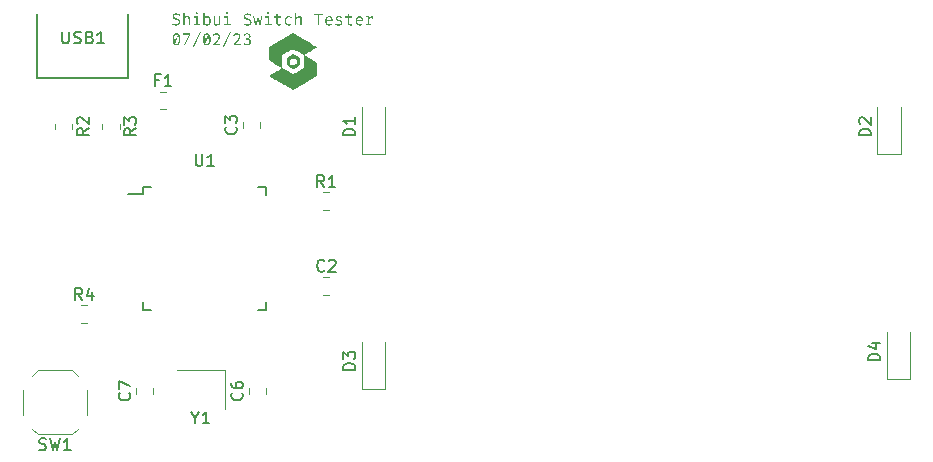
<source format=gbr>
%TF.GenerationSoftware,KiCad,Pcbnew,7.0.5-0*%
%TF.CreationDate,2023-07-02T04:04:51-04:00*%
%TF.ProjectId,Tutorial,5475746f-7269-4616-9c2e-6b696361645f,rev?*%
%TF.SameCoordinates,Original*%
%TF.FileFunction,Legend,Top*%
%TF.FilePolarity,Positive*%
%FSLAX46Y46*%
G04 Gerber Fmt 4.6, Leading zero omitted, Abs format (unit mm)*
G04 Created by KiCad (PCBNEW 7.0.5-0) date 2023-07-02 04:04:51*
%MOMM*%
%LPD*%
G01*
G04 APERTURE LIST*
%ADD10C,0.150000*%
%ADD11C,0.120000*%
G04 APERTURE END LIST*
D10*
G36*
X83670341Y-39570830D02*
G01*
X83670175Y-39581589D01*
X83669677Y-39592190D01*
X83668847Y-39602632D01*
X83667685Y-39612916D01*
X83666191Y-39623042D01*
X83664365Y-39633009D01*
X83662207Y-39642818D01*
X83659717Y-39652468D01*
X83656895Y-39661960D01*
X83653741Y-39671294D01*
X83650254Y-39680469D01*
X83646436Y-39689486D01*
X83642286Y-39698345D01*
X83637804Y-39707045D01*
X83632989Y-39715587D01*
X83627843Y-39723970D01*
X83622411Y-39732162D01*
X83616677Y-39740128D01*
X83610641Y-39747870D01*
X83604304Y-39755386D01*
X83597666Y-39762677D01*
X83590726Y-39769743D01*
X83583484Y-39776584D01*
X83575942Y-39783199D01*
X83568097Y-39789589D01*
X83559951Y-39795755D01*
X83551504Y-39801695D01*
X83542755Y-39807410D01*
X83533705Y-39812899D01*
X83524353Y-39818164D01*
X83514700Y-39823203D01*
X83504745Y-39828018D01*
X83494536Y-39832572D01*
X83484060Y-39836833D01*
X83473318Y-39840800D01*
X83462308Y-39844474D01*
X83451030Y-39847853D01*
X83439486Y-39850938D01*
X83427675Y-39853730D01*
X83415596Y-39856228D01*
X83403250Y-39858432D01*
X83390638Y-39860342D01*
X83377758Y-39861958D01*
X83364610Y-39863280D01*
X83351196Y-39864309D01*
X83337515Y-39865043D01*
X83323566Y-39865484D01*
X83309351Y-39865631D01*
X83295874Y-39865507D01*
X83282556Y-39865135D01*
X83269397Y-39864515D01*
X83256396Y-39863647D01*
X83243553Y-39862530D01*
X83230868Y-39861166D01*
X83218342Y-39859554D01*
X83205975Y-39857693D01*
X83193765Y-39855585D01*
X83181715Y-39853228D01*
X83169822Y-39850623D01*
X83158088Y-39847771D01*
X83146512Y-39844670D01*
X83135095Y-39841321D01*
X83123836Y-39837724D01*
X83112735Y-39833879D01*
X83101844Y-39829808D01*
X83091154Y-39825533D01*
X83080664Y-39821054D01*
X83070374Y-39816370D01*
X83060285Y-39811483D01*
X83050396Y-39806391D01*
X83040707Y-39801095D01*
X83031219Y-39795594D01*
X83021931Y-39789890D01*
X83012844Y-39783981D01*
X83003956Y-39777869D01*
X82995269Y-39771552D01*
X82986783Y-39765031D01*
X82978497Y-39758305D01*
X82970411Y-39751376D01*
X82962526Y-39744242D01*
X83036531Y-39659734D01*
X83046196Y-39668717D01*
X83056140Y-39677348D01*
X83066363Y-39685627D01*
X83076866Y-39693554D01*
X83087647Y-39701129D01*
X83098707Y-39708352D01*
X83110047Y-39715223D01*
X83121665Y-39721741D01*
X83133563Y-39727908D01*
X83145739Y-39733723D01*
X83154012Y-39737404D01*
X83166766Y-39742510D01*
X83179932Y-39747115D01*
X83193511Y-39751217D01*
X83207501Y-39754817D01*
X83217057Y-39756938D01*
X83226796Y-39758836D01*
X83236719Y-39760510D01*
X83246824Y-39761961D01*
X83257113Y-39763189D01*
X83267585Y-39764194D01*
X83278240Y-39764975D01*
X83289078Y-39765533D01*
X83300100Y-39765868D01*
X83311304Y-39765980D01*
X83322545Y-39765804D01*
X83333644Y-39765276D01*
X83344601Y-39764396D01*
X83355417Y-39763164D01*
X83366091Y-39761579D01*
X83376623Y-39759643D01*
X83387014Y-39757355D01*
X83397263Y-39754714D01*
X83407370Y-39751722D01*
X83417335Y-39748377D01*
X83423900Y-39745952D01*
X83433568Y-39742010D01*
X83442880Y-39737695D01*
X83451835Y-39733006D01*
X83460434Y-39727943D01*
X83468676Y-39722507D01*
X83476562Y-39716697D01*
X83486523Y-39708370D01*
X83495850Y-39699379D01*
X83504543Y-39689724D01*
X83508653Y-39684647D01*
X83514458Y-39676710D01*
X83519692Y-39668378D01*
X83524356Y-39659651D01*
X83528448Y-39650529D01*
X83531969Y-39641013D01*
X83534919Y-39631101D01*
X83537298Y-39620794D01*
X83539107Y-39610092D01*
X83540344Y-39598995D01*
X83541010Y-39587503D01*
X83541137Y-39579623D01*
X83540843Y-39567804D01*
X83539962Y-39556404D01*
X83538492Y-39545425D01*
X83536435Y-39534865D01*
X83533791Y-39524725D01*
X83530558Y-39515005D01*
X83526738Y-39505705D01*
X83522330Y-39496824D01*
X83517239Y-39488280D01*
X83511248Y-39479987D01*
X83504356Y-39471946D01*
X83496563Y-39464157D01*
X83487869Y-39456620D01*
X83478275Y-39449334D01*
X83467780Y-39442301D01*
X83459318Y-39437191D01*
X83456385Y-39435519D01*
X83447172Y-39430536D01*
X83437302Y-39425570D01*
X83426776Y-39420622D01*
X83415592Y-39415690D01*
X83403752Y-39410775D01*
X83391255Y-39405878D01*
X83378101Y-39400998D01*
X83364290Y-39396135D01*
X83354718Y-39392903D01*
X83344853Y-39389678D01*
X83334697Y-39386461D01*
X83324249Y-39383251D01*
X83312140Y-39379558D01*
X83300237Y-39375806D01*
X83288540Y-39371994D01*
X83277049Y-39368124D01*
X83265765Y-39364194D01*
X83254686Y-39360205D01*
X83243813Y-39356157D01*
X83233147Y-39352049D01*
X83222686Y-39347883D01*
X83212432Y-39343657D01*
X83202384Y-39339373D01*
X83192541Y-39335029D01*
X83182905Y-39330626D01*
X83173475Y-39326163D01*
X83164251Y-39321642D01*
X83155233Y-39317062D01*
X83146443Y-39312387D01*
X83137903Y-39307582D01*
X83125562Y-39300132D01*
X83113784Y-39292389D01*
X83102567Y-39284355D01*
X83091913Y-39276029D01*
X83081822Y-39267411D01*
X83072293Y-39258501D01*
X83063326Y-39249299D01*
X83054922Y-39239805D01*
X83047080Y-39230019D01*
X83044591Y-39226692D01*
X83037607Y-39216383D01*
X83031311Y-39205606D01*
X83025701Y-39194361D01*
X83020778Y-39182648D01*
X83016542Y-39170467D01*
X83012992Y-39157818D01*
X83010130Y-39144701D01*
X83007955Y-39131116D01*
X83006466Y-39117064D01*
X83005665Y-39102543D01*
X83005512Y-39092602D01*
X83005871Y-39078646D01*
X83006946Y-39064985D01*
X83008739Y-39051620D01*
X83011248Y-39038552D01*
X83014475Y-39025780D01*
X83018418Y-39013305D01*
X83023079Y-39001125D01*
X83028456Y-38989242D01*
X83034550Y-38977655D01*
X83041362Y-38966364D01*
X83046301Y-38959002D01*
X83054267Y-38948234D01*
X83062779Y-38937913D01*
X83071836Y-38928038D01*
X83081438Y-38918610D01*
X83091585Y-38909628D01*
X83102277Y-38901093D01*
X83113515Y-38893005D01*
X83125298Y-38885362D01*
X83137627Y-38878167D01*
X83150500Y-38871418D01*
X83159385Y-38867166D01*
X83168507Y-38863144D01*
X83177799Y-38859381D01*
X83187261Y-38855878D01*
X83196892Y-38852634D01*
X83206693Y-38849649D01*
X83216664Y-38846925D01*
X83226805Y-38844459D01*
X83237116Y-38842254D01*
X83247596Y-38840307D01*
X83258247Y-38838620D01*
X83269067Y-38837193D01*
X83280057Y-38836025D01*
X83291216Y-38835117D01*
X83302546Y-38834468D01*
X83314046Y-38834079D01*
X83325715Y-38833949D01*
X83338433Y-38834069D01*
X83350940Y-38834426D01*
X83363238Y-38835023D01*
X83375327Y-38835857D01*
X83387205Y-38836931D01*
X83398873Y-38838243D01*
X83410332Y-38839793D01*
X83421580Y-38841582D01*
X83432619Y-38843609D01*
X83443447Y-38845875D01*
X83454066Y-38848380D01*
X83464475Y-38851123D01*
X83474674Y-38854104D01*
X83484663Y-38857324D01*
X83494443Y-38860783D01*
X83504012Y-38864480D01*
X83513451Y-38868401D01*
X83522777Y-38872532D01*
X83531990Y-38876873D01*
X83541091Y-38881424D01*
X83550080Y-38886185D01*
X83558955Y-38891156D01*
X83567718Y-38896336D01*
X83576369Y-38901727D01*
X83584907Y-38907327D01*
X83593332Y-38913137D01*
X83601645Y-38919158D01*
X83609846Y-38925388D01*
X83617933Y-38931828D01*
X83625908Y-38938478D01*
X83633771Y-38945337D01*
X83641521Y-38952407D01*
X83568492Y-39034717D01*
X83558440Y-39025120D01*
X83548251Y-39016021D01*
X83537924Y-39007420D01*
X83527459Y-38999317D01*
X83516858Y-38991712D01*
X83506119Y-38984605D01*
X83495242Y-38977996D01*
X83484228Y-38971885D01*
X83473077Y-38966273D01*
X83461789Y-38961158D01*
X83454187Y-38958025D01*
X83442720Y-38953660D01*
X83431220Y-38949724D01*
X83419685Y-38946218D01*
X83408116Y-38943141D01*
X83396513Y-38940494D01*
X83384875Y-38938275D01*
X83373203Y-38936486D01*
X83361496Y-38935127D01*
X83349756Y-38934197D01*
X83337980Y-38933696D01*
X83330111Y-38933600D01*
X83320064Y-38933743D01*
X83310194Y-38934173D01*
X83295722Y-38935353D01*
X83281649Y-38937178D01*
X83267975Y-38939647D01*
X83254701Y-38942759D01*
X83241826Y-38946516D01*
X83229350Y-38950917D01*
X83217274Y-38955961D01*
X83205597Y-38961650D01*
X83194319Y-38967983D01*
X83190648Y-38970237D01*
X83180260Y-38977402D01*
X83170893Y-38985249D01*
X83162549Y-38993779D01*
X83155226Y-39002992D01*
X83148924Y-39012887D01*
X83143645Y-39023465D01*
X83139388Y-39034726D01*
X83136152Y-39046670D01*
X83133938Y-39059295D01*
X83132746Y-39072604D01*
X83132519Y-39081856D01*
X83132877Y-39092587D01*
X83133954Y-39102922D01*
X83135747Y-39112859D01*
X83138258Y-39122400D01*
X83142406Y-39133768D01*
X83147675Y-39144515D01*
X83154065Y-39154643D01*
X83155478Y-39156594D01*
X83161767Y-39164276D01*
X83169033Y-39171813D01*
X83177276Y-39179206D01*
X83186496Y-39186453D01*
X83196693Y-39193555D01*
X83204982Y-39198786D01*
X83213821Y-39203936D01*
X83223209Y-39209004D01*
X83233147Y-39213991D01*
X83243707Y-39218906D01*
X83254963Y-39223851D01*
X83266914Y-39228827D01*
X83279561Y-39233832D01*
X83292903Y-39238867D01*
X83302184Y-39242241D01*
X83311774Y-39245628D01*
X83321674Y-39249028D01*
X83331882Y-39252442D01*
X83342400Y-39255869D01*
X83353227Y-39259309D01*
X83364363Y-39262763D01*
X83375808Y-39266230D01*
X83381646Y-39267969D01*
X83391220Y-39270822D01*
X83400705Y-39273766D01*
X83410103Y-39276799D01*
X83419412Y-39279921D01*
X83433213Y-39284774D01*
X83446815Y-39289828D01*
X83460221Y-39295083D01*
X83473428Y-39300541D01*
X83486439Y-39306200D01*
X83499251Y-39312061D01*
X83511866Y-39318124D01*
X83524284Y-39324389D01*
X83536378Y-39330967D01*
X83548021Y-39337970D01*
X83559213Y-39345398D01*
X83569954Y-39353252D01*
X83580244Y-39361530D01*
X83590084Y-39370233D01*
X83599473Y-39379361D01*
X83608411Y-39388915D01*
X83616898Y-39398893D01*
X83624934Y-39409297D01*
X83630041Y-39416468D01*
X83637243Y-39427661D01*
X83643737Y-39439532D01*
X83649522Y-39452082D01*
X83654599Y-39465309D01*
X83658968Y-39479215D01*
X83661486Y-39488863D01*
X83663690Y-39498812D01*
X83665579Y-39509063D01*
X83667154Y-39519615D01*
X83668413Y-39530468D01*
X83669358Y-39541623D01*
X83669987Y-39553080D01*
X83670302Y-39564838D01*
X83670341Y-39570830D01*
G37*
G36*
X84025715Y-38764340D02*
G01*
X84025715Y-39199581D01*
X84034230Y-39187722D01*
X84043106Y-39176417D01*
X84052342Y-39165666D01*
X84061939Y-39155468D01*
X84071897Y-39145825D01*
X84082215Y-39136735D01*
X84092894Y-39128199D01*
X84103934Y-39120217D01*
X84115334Y-39112789D01*
X84127095Y-39105915D01*
X84135136Y-39101639D01*
X84147332Y-39095703D01*
X84159559Y-39090351D01*
X84171816Y-39085582D01*
X84184102Y-39081398D01*
X84196419Y-39077797D01*
X84208766Y-39074780D01*
X84221143Y-39072347D01*
X84233550Y-39070498D01*
X84245987Y-39069233D01*
X84258454Y-39068552D01*
X84266782Y-39068422D01*
X84280379Y-39068655D01*
X84293508Y-39069354D01*
X84306169Y-39070518D01*
X84318364Y-39072147D01*
X84330090Y-39074242D01*
X84341349Y-39076803D01*
X84352141Y-39079829D01*
X84362465Y-39083321D01*
X84372321Y-39087279D01*
X84381710Y-39091702D01*
X84390632Y-39096590D01*
X84399086Y-39101945D01*
X84407072Y-39107765D01*
X84414591Y-39114050D01*
X84424993Y-39124351D01*
X84428227Y-39128018D01*
X84434408Y-39135649D01*
X84440191Y-39143645D01*
X84445575Y-39152006D01*
X84450560Y-39160731D01*
X84455146Y-39169820D01*
X84459334Y-39179274D01*
X84463122Y-39189093D01*
X84466512Y-39199275D01*
X84469503Y-39209823D01*
X84472095Y-39220735D01*
X84474289Y-39232011D01*
X84476083Y-39243651D01*
X84477479Y-39255656D01*
X84478476Y-39268026D01*
X84479074Y-39280760D01*
X84479274Y-39293859D01*
X84479274Y-39850000D01*
X84358862Y-39850000D01*
X84358862Y-39299720D01*
X84358583Y-39287178D01*
X84357746Y-39275288D01*
X84356350Y-39264051D01*
X84354397Y-39253467D01*
X84351885Y-39243535D01*
X84348816Y-39234256D01*
X84343854Y-39222898D01*
X84337901Y-39212701D01*
X84330955Y-39203664D01*
X84327110Y-39199581D01*
X84318673Y-39192196D01*
X84309113Y-39185796D01*
X84298431Y-39180381D01*
X84286627Y-39175950D01*
X84277038Y-39173273D01*
X84266818Y-39171150D01*
X84255966Y-39169581D01*
X84244484Y-39168566D01*
X84232370Y-39168104D01*
X84228192Y-39168073D01*
X84217453Y-39168394D01*
X84206851Y-39169356D01*
X84196387Y-39170959D01*
X84186060Y-39173203D01*
X84175871Y-39176088D01*
X84165819Y-39179614D01*
X84155904Y-39183781D01*
X84146127Y-39188590D01*
X84136597Y-39193814D01*
X84127305Y-39199352D01*
X84118248Y-39205202D01*
X84109429Y-39211366D01*
X84100846Y-39217842D01*
X84092500Y-39224631D01*
X84084390Y-39231733D01*
X84076517Y-39239148D01*
X84068992Y-39246743D01*
X84061802Y-39254383D01*
X84054948Y-39262069D01*
X84048429Y-39269801D01*
X84042247Y-39277578D01*
X84034991Y-39287365D01*
X84028260Y-39297223D01*
X84025715Y-39301186D01*
X84025715Y-39850000D01*
X83905059Y-39850000D01*
X83905059Y-38777529D01*
X84025715Y-38764340D01*
G37*
G36*
X85052267Y-38724528D02*
G01*
X85064391Y-38725131D01*
X85075728Y-38726937D01*
X85086278Y-38729949D01*
X85096040Y-38734165D01*
X85105016Y-38739585D01*
X85113204Y-38746210D01*
X85116259Y-38749197D01*
X85123225Y-38757174D01*
X85129010Y-38765688D01*
X85133615Y-38774739D01*
X85137039Y-38784326D01*
X85139282Y-38794450D01*
X85140345Y-38805110D01*
X85140439Y-38809525D01*
X85139849Y-38820764D01*
X85138078Y-38831431D01*
X85135126Y-38841525D01*
X85130994Y-38851046D01*
X85125681Y-38859995D01*
X85119187Y-38868372D01*
X85116259Y-38871563D01*
X85108386Y-38878740D01*
X85099725Y-38884700D01*
X85090277Y-38889444D01*
X85080042Y-38892972D01*
X85069021Y-38895283D01*
X85057211Y-38896378D01*
X85052267Y-38896475D01*
X85040695Y-38895867D01*
X85029789Y-38894043D01*
X85019552Y-38891001D01*
X85009983Y-38886744D01*
X85001081Y-38881270D01*
X84992848Y-38874579D01*
X84989741Y-38871563D01*
X84982705Y-38863415D01*
X84976861Y-38854695D01*
X84972210Y-38845402D01*
X84968752Y-38835537D01*
X84966486Y-38825099D01*
X84965412Y-38814089D01*
X84965317Y-38809525D01*
X84965913Y-38798650D01*
X84967702Y-38788311D01*
X84970684Y-38778509D01*
X84974858Y-38769244D01*
X84980224Y-38760515D01*
X84986784Y-38752323D01*
X84989741Y-38749197D01*
X84997708Y-38742090D01*
X85006342Y-38736188D01*
X85015644Y-38731491D01*
X85025614Y-38727997D01*
X85036252Y-38725709D01*
X85047558Y-38724625D01*
X85052267Y-38724528D01*
G37*
G36*
X85148499Y-39084054D02*
G01*
X85148499Y-39750348D01*
X85361723Y-39750348D01*
X85361723Y-39850000D01*
X84794347Y-39850000D01*
X84794347Y-39750348D01*
X85027843Y-39750348D01*
X85027843Y-39183705D01*
X84801674Y-39183705D01*
X84801674Y-39084054D01*
X85148499Y-39084054D01*
G37*
G36*
X85747138Y-39191032D02*
G01*
X85754911Y-39180275D01*
X85762932Y-39169986D01*
X85771202Y-39160165D01*
X85779722Y-39150812D01*
X85788490Y-39141927D01*
X85797508Y-39133510D01*
X85806774Y-39125561D01*
X85816290Y-39118080D01*
X85826054Y-39111067D01*
X85836068Y-39104522D01*
X85842882Y-39100418D01*
X85853271Y-39094700D01*
X85863833Y-39089545D01*
X85874566Y-39084951D01*
X85885471Y-39080921D01*
X85896548Y-39077452D01*
X85907797Y-39074547D01*
X85919217Y-39072203D01*
X85930809Y-39070422D01*
X85942573Y-39069204D01*
X85954508Y-39068547D01*
X85962561Y-39068422D01*
X85975048Y-39068615D01*
X85987233Y-39069193D01*
X85999114Y-39070157D01*
X86010692Y-39071506D01*
X86021966Y-39073240D01*
X86032937Y-39075360D01*
X86043604Y-39077866D01*
X86053968Y-39080757D01*
X86064029Y-39084033D01*
X86073786Y-39087695D01*
X86083240Y-39091742D01*
X86092391Y-39096174D01*
X86101238Y-39100993D01*
X86109782Y-39106196D01*
X86118022Y-39111785D01*
X86125959Y-39117759D01*
X86133643Y-39124085D01*
X86141064Y-39130727D01*
X86148221Y-39137686D01*
X86155116Y-39144962D01*
X86161746Y-39152555D01*
X86168114Y-39160464D01*
X86174218Y-39168690D01*
X86180059Y-39177233D01*
X86185636Y-39186092D01*
X86190951Y-39195268D01*
X86196001Y-39204761D01*
X86200789Y-39214571D01*
X86205313Y-39224698D01*
X86209574Y-39235141D01*
X86213572Y-39245901D01*
X86217306Y-39256978D01*
X86220796Y-39268300D01*
X86224061Y-39279857D01*
X86227100Y-39291648D01*
X86229915Y-39303674D01*
X86232504Y-39315935D01*
X86234868Y-39328430D01*
X86237007Y-39341161D01*
X86238921Y-39354125D01*
X86240610Y-39367325D01*
X86242074Y-39380759D01*
X86243312Y-39394428D01*
X86244325Y-39408332D01*
X86245113Y-39422471D01*
X86245676Y-39436844D01*
X86246014Y-39451451D01*
X86246127Y-39466294D01*
X86245993Y-39480637D01*
X86245592Y-39494783D01*
X86244924Y-39508732D01*
X86243989Y-39522485D01*
X86242787Y-39536042D01*
X86241318Y-39549401D01*
X86239582Y-39562565D01*
X86237578Y-39575532D01*
X86235307Y-39588302D01*
X86232769Y-39600876D01*
X86229964Y-39613253D01*
X86226892Y-39625433D01*
X86223553Y-39637418D01*
X86219947Y-39649205D01*
X86216073Y-39660796D01*
X86211933Y-39672191D01*
X86207531Y-39683335D01*
X86202876Y-39694176D01*
X86197968Y-39704714D01*
X86192805Y-39714948D01*
X86187389Y-39724879D01*
X86181719Y-39734507D01*
X86175795Y-39743831D01*
X86169617Y-39752852D01*
X86163186Y-39761569D01*
X86156501Y-39769983D01*
X86149562Y-39778094D01*
X86142369Y-39785901D01*
X86134923Y-39793405D01*
X86127222Y-39800605D01*
X86119268Y-39807502D01*
X86111060Y-39814096D01*
X86102604Y-39820336D01*
X86093906Y-39826174D01*
X86084965Y-39831610D01*
X86075782Y-39836642D01*
X86066357Y-39841273D01*
X86056689Y-39845500D01*
X86046780Y-39849325D01*
X86036627Y-39852747D01*
X86026233Y-39855767D01*
X86015596Y-39858384D01*
X86004716Y-39860598D01*
X85993595Y-39862410D01*
X85982231Y-39863819D01*
X85970624Y-39864826D01*
X85958776Y-39865430D01*
X85946685Y-39865631D01*
X85930481Y-39865256D01*
X85914719Y-39864131D01*
X85899401Y-39862256D01*
X85884525Y-39859632D01*
X85870092Y-39856257D01*
X85856101Y-39852133D01*
X85842553Y-39847258D01*
X85829448Y-39841634D01*
X85816786Y-39835260D01*
X85804566Y-39828136D01*
X85792789Y-39820262D01*
X85781454Y-39811638D01*
X85770563Y-39802264D01*
X85760114Y-39792141D01*
X85750107Y-39781267D01*
X85740544Y-39769644D01*
X85731995Y-39850000D01*
X85626482Y-39850000D01*
X85626482Y-39668527D01*
X85747138Y-39668527D01*
X85752771Y-39676832D01*
X85758679Y-39684802D01*
X85764861Y-39692437D01*
X85773532Y-39702096D01*
X85782691Y-39711159D01*
X85792339Y-39719628D01*
X85802475Y-39727501D01*
X85813099Y-39734778D01*
X85821388Y-39739846D01*
X85832726Y-39745971D01*
X85844271Y-39751280D01*
X85856021Y-39755771D01*
X85867978Y-39759446D01*
X85880140Y-39762305D01*
X85892509Y-39764347D01*
X85905083Y-39765572D01*
X85917864Y-39765980D01*
X85929539Y-39765692D01*
X85940873Y-39764827D01*
X85951864Y-39763387D01*
X85962515Y-39761370D01*
X85972824Y-39758777D01*
X85982791Y-39755607D01*
X85992416Y-39751862D01*
X86001700Y-39747540D01*
X86010643Y-39742641D01*
X86019244Y-39737167D01*
X86027503Y-39731116D01*
X86035421Y-39724489D01*
X86042998Y-39717286D01*
X86050232Y-39709506D01*
X86057125Y-39701151D01*
X86063677Y-39692219D01*
X86069859Y-39682691D01*
X86075641Y-39672549D01*
X86081025Y-39661793D01*
X86086010Y-39650423D01*
X86090596Y-39638437D01*
X86094784Y-39625838D01*
X86098572Y-39612624D01*
X86101962Y-39598796D01*
X86104953Y-39584353D01*
X86107545Y-39569296D01*
X86109739Y-39553624D01*
X86111533Y-39537338D01*
X86112929Y-39520438D01*
X86113926Y-39502923D01*
X86114524Y-39484793D01*
X86114724Y-39466050D01*
X86114550Y-39447717D01*
X86114028Y-39429967D01*
X86113159Y-39412798D01*
X86111942Y-39396212D01*
X86110377Y-39380207D01*
X86108464Y-39364784D01*
X86106204Y-39349944D01*
X86103596Y-39335685D01*
X86100640Y-39322008D01*
X86097336Y-39308914D01*
X86093684Y-39296401D01*
X86089685Y-39284470D01*
X86085338Y-39273122D01*
X86080643Y-39262355D01*
X86075601Y-39252170D01*
X86070211Y-39242568D01*
X86064473Y-39233547D01*
X86058387Y-39225108D01*
X86051953Y-39217251D01*
X86045172Y-39209976D01*
X86038043Y-39203284D01*
X86022741Y-39191644D01*
X86006049Y-39182332D01*
X85987965Y-39175348D01*
X85978402Y-39172729D01*
X85968491Y-39170692D01*
X85958232Y-39169237D01*
X85947625Y-39168364D01*
X85936671Y-39168073D01*
X85924943Y-39168421D01*
X85913481Y-39169465D01*
X85902286Y-39171203D01*
X85891356Y-39173638D01*
X85880693Y-39176767D01*
X85870296Y-39180593D01*
X85860165Y-39185114D01*
X85850300Y-39190330D01*
X85840702Y-39196242D01*
X85831370Y-39202849D01*
X85825296Y-39207641D01*
X85816433Y-39215135D01*
X85807888Y-39222779D01*
X85799661Y-39230574D01*
X85791751Y-39238518D01*
X85784159Y-39246614D01*
X85776884Y-39254859D01*
X85769928Y-39263254D01*
X85763289Y-39271800D01*
X85756968Y-39280496D01*
X85750964Y-39289343D01*
X85747138Y-39295324D01*
X85747138Y-39668527D01*
X85626482Y-39668527D01*
X85626482Y-38776064D01*
X85747138Y-38760921D01*
X85747138Y-39191032D01*
G37*
G36*
X86607850Y-39084054D02*
G01*
X86607850Y-39624075D01*
X86608121Y-39637813D01*
X86608932Y-39650817D01*
X86610284Y-39663086D01*
X86612178Y-39674622D01*
X86614612Y-39685423D01*
X86617587Y-39695490D01*
X86621104Y-39704823D01*
X86626633Y-39716125D01*
X86633125Y-39726122D01*
X86638625Y-39732763D01*
X86646860Y-39740548D01*
X86656180Y-39747295D01*
X86666583Y-39753005D01*
X86678070Y-39757676D01*
X86690641Y-39761309D01*
X86700780Y-39763352D01*
X86711529Y-39764812D01*
X86722888Y-39765688D01*
X86734856Y-39765980D01*
X86746518Y-39765669D01*
X86758055Y-39764735D01*
X86769467Y-39763179D01*
X86780755Y-39761000D01*
X86791918Y-39758198D01*
X86802957Y-39754774D01*
X86813872Y-39750728D01*
X86824661Y-39746059D01*
X86835327Y-39740767D01*
X86845868Y-39734853D01*
X86852826Y-39730565D01*
X86863050Y-39723808D01*
X86872841Y-39716820D01*
X86882199Y-39709600D01*
X86891122Y-39702149D01*
X86899612Y-39694465D01*
X86907669Y-39686550D01*
X86915292Y-39678402D01*
X86922481Y-39670023D01*
X86929236Y-39661412D01*
X86935558Y-39652569D01*
X86939532Y-39646545D01*
X86939532Y-39084054D01*
X87060188Y-39084054D01*
X87060188Y-39850000D01*
X86957362Y-39850000D01*
X86947348Y-39743754D01*
X86938826Y-39754594D01*
X86929931Y-39764949D01*
X86920663Y-39774818D01*
X86911020Y-39784203D01*
X86901005Y-39793102D01*
X86890616Y-39801516D01*
X86879853Y-39809445D01*
X86868717Y-39816889D01*
X86857207Y-39823848D01*
X86845324Y-39830322D01*
X86837194Y-39834368D01*
X86824871Y-39839955D01*
X86812539Y-39844993D01*
X86800199Y-39849480D01*
X86787850Y-39853419D01*
X86775492Y-39856808D01*
X86763126Y-39859647D01*
X86750751Y-39861937D01*
X86738367Y-39863677D01*
X86725975Y-39864868D01*
X86713575Y-39865509D01*
X86705303Y-39865631D01*
X86691812Y-39865400D01*
X86678753Y-39864707D01*
X86666128Y-39863553D01*
X86653936Y-39861937D01*
X86642177Y-39859859D01*
X86630851Y-39857319D01*
X86619958Y-39854318D01*
X86609499Y-39850854D01*
X86599472Y-39846929D01*
X86589879Y-39842542D01*
X86580719Y-39837694D01*
X86571992Y-39832383D01*
X86563698Y-39826611D01*
X86555838Y-39820377D01*
X86548410Y-39813682D01*
X86541416Y-39806524D01*
X86534850Y-39798920D01*
X86528708Y-39790946D01*
X86522989Y-39782602D01*
X86517694Y-39773887D01*
X86512823Y-39764803D01*
X86508375Y-39755348D01*
X86504350Y-39745523D01*
X86500750Y-39735327D01*
X86497573Y-39724762D01*
X86494819Y-39713826D01*
X86492489Y-39702521D01*
X86490583Y-39690845D01*
X86489100Y-39678799D01*
X86488041Y-39666382D01*
X86487406Y-39653596D01*
X86487194Y-39640439D01*
X86487194Y-39084054D01*
X86607850Y-39084054D01*
G37*
G36*
X87634403Y-38724528D02*
G01*
X87646527Y-38725131D01*
X87657864Y-38726937D01*
X87668413Y-38729949D01*
X87678176Y-38734165D01*
X87687151Y-38739585D01*
X87695340Y-38746210D01*
X87698394Y-38749197D01*
X87705360Y-38757174D01*
X87711146Y-38765688D01*
X87715750Y-38774739D01*
X87719174Y-38784326D01*
X87721417Y-38794450D01*
X87722480Y-38805110D01*
X87722575Y-38809525D01*
X87721984Y-38820764D01*
X87720213Y-38831431D01*
X87717262Y-38841525D01*
X87713129Y-38851046D01*
X87707816Y-38859995D01*
X87701323Y-38868372D01*
X87698394Y-38871563D01*
X87690521Y-38878740D01*
X87681860Y-38884700D01*
X87672413Y-38889444D01*
X87662178Y-38892972D01*
X87651156Y-38895283D01*
X87639347Y-38896378D01*
X87634403Y-38896475D01*
X87622830Y-38895867D01*
X87611925Y-38894043D01*
X87601688Y-38891001D01*
X87592118Y-38886744D01*
X87583217Y-38881270D01*
X87574983Y-38874579D01*
X87571877Y-38871563D01*
X87564840Y-38863415D01*
X87558997Y-38854695D01*
X87554346Y-38845402D01*
X87550887Y-38835537D01*
X87548621Y-38825099D01*
X87547548Y-38814089D01*
X87547452Y-38809525D01*
X87548049Y-38798650D01*
X87549838Y-38788311D01*
X87552819Y-38778509D01*
X87556993Y-38769244D01*
X87562360Y-38760515D01*
X87568919Y-38752323D01*
X87571877Y-38749197D01*
X87579843Y-38742090D01*
X87588478Y-38736188D01*
X87597780Y-38731491D01*
X87607750Y-38727997D01*
X87618388Y-38725709D01*
X87629694Y-38724625D01*
X87634403Y-38724528D01*
G37*
G36*
X87730635Y-39084054D02*
G01*
X87730635Y-39750348D01*
X87943859Y-39750348D01*
X87943859Y-39850000D01*
X87376482Y-39850000D01*
X87376482Y-39750348D01*
X87609979Y-39750348D01*
X87609979Y-39183705D01*
X87383810Y-39183705D01*
X87383810Y-39084054D01*
X87730635Y-39084054D01*
G37*
G36*
X89695324Y-39570830D02*
G01*
X89695158Y-39581589D01*
X89694660Y-39592190D01*
X89693830Y-39602632D01*
X89692668Y-39612916D01*
X89691174Y-39623042D01*
X89689348Y-39633009D01*
X89687190Y-39642818D01*
X89684699Y-39652468D01*
X89681877Y-39661960D01*
X89678723Y-39671294D01*
X89675237Y-39680469D01*
X89671419Y-39689486D01*
X89667269Y-39698345D01*
X89662786Y-39707045D01*
X89657972Y-39715587D01*
X89652826Y-39723970D01*
X89647393Y-39732162D01*
X89641659Y-39740128D01*
X89635624Y-39747870D01*
X89629287Y-39755386D01*
X89622648Y-39762677D01*
X89615708Y-39769743D01*
X89608467Y-39776584D01*
X89600924Y-39783199D01*
X89593080Y-39789589D01*
X89584934Y-39795755D01*
X89576486Y-39801695D01*
X89567738Y-39807410D01*
X89558687Y-39812899D01*
X89549335Y-39818164D01*
X89539682Y-39823203D01*
X89529727Y-39828018D01*
X89519519Y-39832572D01*
X89509043Y-39836833D01*
X89498300Y-39840800D01*
X89487290Y-39844474D01*
X89476013Y-39847853D01*
X89464469Y-39850938D01*
X89452657Y-39853730D01*
X89440579Y-39856228D01*
X89428233Y-39858432D01*
X89415620Y-39860342D01*
X89402740Y-39861958D01*
X89389593Y-39863280D01*
X89376179Y-39864309D01*
X89362497Y-39865043D01*
X89348549Y-39865484D01*
X89334333Y-39865631D01*
X89320857Y-39865507D01*
X89307539Y-39865135D01*
X89294379Y-39864515D01*
X89281378Y-39863647D01*
X89268535Y-39862530D01*
X89255851Y-39861166D01*
X89243325Y-39859554D01*
X89230957Y-39857693D01*
X89218748Y-39855585D01*
X89206697Y-39853228D01*
X89194805Y-39850623D01*
X89183070Y-39847771D01*
X89171495Y-39844670D01*
X89160077Y-39841321D01*
X89148818Y-39837724D01*
X89137718Y-39833879D01*
X89126827Y-39829808D01*
X89116136Y-39825533D01*
X89105646Y-39821054D01*
X89095357Y-39816370D01*
X89085267Y-39811483D01*
X89075378Y-39806391D01*
X89065690Y-39801095D01*
X89056202Y-39795594D01*
X89046914Y-39789890D01*
X89037826Y-39783981D01*
X89028939Y-39777869D01*
X89020252Y-39771552D01*
X89011766Y-39765031D01*
X89003479Y-39758305D01*
X88995394Y-39751376D01*
X88987508Y-39744242D01*
X89061514Y-39659734D01*
X89071179Y-39668717D01*
X89081123Y-39677348D01*
X89091346Y-39685627D01*
X89101848Y-39693554D01*
X89112629Y-39701129D01*
X89123690Y-39708352D01*
X89135029Y-39715223D01*
X89146648Y-39721741D01*
X89158545Y-39727908D01*
X89170722Y-39733723D01*
X89178995Y-39737404D01*
X89191749Y-39742510D01*
X89204915Y-39747115D01*
X89218493Y-39751217D01*
X89232484Y-39754817D01*
X89242040Y-39756938D01*
X89251779Y-39758836D01*
X89261701Y-39760510D01*
X89271807Y-39761961D01*
X89282096Y-39763189D01*
X89292568Y-39764194D01*
X89303223Y-39764975D01*
X89314061Y-39765533D01*
X89325082Y-39765868D01*
X89336287Y-39765980D01*
X89347528Y-39765804D01*
X89358627Y-39765276D01*
X89369584Y-39764396D01*
X89380400Y-39763164D01*
X89391073Y-39761579D01*
X89401606Y-39759643D01*
X89411996Y-39757355D01*
X89422245Y-39754714D01*
X89432352Y-39751722D01*
X89442318Y-39748377D01*
X89448883Y-39745952D01*
X89458551Y-39742010D01*
X89467862Y-39737695D01*
X89476818Y-39733006D01*
X89485416Y-39727943D01*
X89493659Y-39722507D01*
X89501545Y-39716697D01*
X89511505Y-39708370D01*
X89520833Y-39699379D01*
X89529526Y-39689724D01*
X89533635Y-39684647D01*
X89539441Y-39676710D01*
X89544675Y-39668378D01*
X89549338Y-39659651D01*
X89553430Y-39650529D01*
X89556952Y-39641013D01*
X89559902Y-39631101D01*
X89562281Y-39620794D01*
X89564089Y-39610092D01*
X89565326Y-39598995D01*
X89565993Y-39587503D01*
X89566120Y-39579623D01*
X89565826Y-39567804D01*
X89564944Y-39556404D01*
X89563475Y-39545425D01*
X89561418Y-39534865D01*
X89558773Y-39524725D01*
X89555541Y-39515005D01*
X89551721Y-39505705D01*
X89547313Y-39496824D01*
X89542222Y-39488280D01*
X89536230Y-39479987D01*
X89529338Y-39471946D01*
X89521545Y-39464157D01*
X89512852Y-39456620D01*
X89503258Y-39449334D01*
X89492763Y-39442301D01*
X89484301Y-39437191D01*
X89481367Y-39435519D01*
X89472154Y-39430536D01*
X89462285Y-39425570D01*
X89451758Y-39420622D01*
X89440575Y-39415690D01*
X89428735Y-39410775D01*
X89416237Y-39405878D01*
X89403083Y-39400998D01*
X89389272Y-39396135D01*
X89379700Y-39392903D01*
X89369836Y-39389678D01*
X89359680Y-39386461D01*
X89349232Y-39383251D01*
X89337123Y-39379558D01*
X89325220Y-39375806D01*
X89313523Y-39371994D01*
X89302032Y-39368124D01*
X89290747Y-39364194D01*
X89279668Y-39360205D01*
X89268796Y-39356157D01*
X89258129Y-39352049D01*
X89247669Y-39347883D01*
X89237414Y-39343657D01*
X89227366Y-39339373D01*
X89217524Y-39335029D01*
X89207888Y-39330626D01*
X89198458Y-39326163D01*
X89189234Y-39321642D01*
X89180216Y-39317062D01*
X89171426Y-39312387D01*
X89162886Y-39307582D01*
X89150545Y-39300132D01*
X89138766Y-39292389D01*
X89127550Y-39284355D01*
X89116896Y-39276029D01*
X89106804Y-39267411D01*
X89097275Y-39258501D01*
X89088309Y-39249299D01*
X89079905Y-39239805D01*
X89072063Y-39230019D01*
X89069574Y-39226692D01*
X89062590Y-39216383D01*
X89056293Y-39205606D01*
X89050683Y-39194361D01*
X89045760Y-39182648D01*
X89041524Y-39170467D01*
X89037975Y-39157818D01*
X89035113Y-39144701D01*
X89032937Y-39131116D01*
X89031449Y-39117064D01*
X89030648Y-39102543D01*
X89030495Y-39092602D01*
X89030853Y-39078646D01*
X89031929Y-39064985D01*
X89033721Y-39051620D01*
X89036231Y-39038552D01*
X89039457Y-39025780D01*
X89043401Y-39013305D01*
X89048061Y-39001125D01*
X89053439Y-38989242D01*
X89059533Y-38977655D01*
X89066344Y-38966364D01*
X89071284Y-38959002D01*
X89079250Y-38948234D01*
X89087761Y-38937913D01*
X89096818Y-38928038D01*
X89106420Y-38918610D01*
X89116567Y-38909628D01*
X89127260Y-38901093D01*
X89138498Y-38893005D01*
X89150281Y-38885362D01*
X89162609Y-38878167D01*
X89175483Y-38871418D01*
X89184368Y-38867166D01*
X89193490Y-38863144D01*
X89202782Y-38859381D01*
X89212243Y-38855878D01*
X89221875Y-38852634D01*
X89231676Y-38849649D01*
X89241647Y-38846925D01*
X89251788Y-38844459D01*
X89262098Y-38842254D01*
X89272579Y-38840307D01*
X89283229Y-38838620D01*
X89294049Y-38837193D01*
X89305039Y-38836025D01*
X89316199Y-38835117D01*
X89327529Y-38834468D01*
X89339028Y-38834079D01*
X89350697Y-38833949D01*
X89363415Y-38834069D01*
X89375923Y-38834426D01*
X89388221Y-38835023D01*
X89400309Y-38835857D01*
X89412187Y-38836931D01*
X89423856Y-38838243D01*
X89435314Y-38839793D01*
X89446563Y-38841582D01*
X89457601Y-38843609D01*
X89468430Y-38845875D01*
X89479049Y-38848380D01*
X89489458Y-38851123D01*
X89499657Y-38854104D01*
X89509646Y-38857324D01*
X89519425Y-38860783D01*
X89528995Y-38864480D01*
X89538433Y-38868401D01*
X89547759Y-38872532D01*
X89556973Y-38876873D01*
X89566074Y-38881424D01*
X89575062Y-38886185D01*
X89583938Y-38891156D01*
X89592701Y-38896336D01*
X89601352Y-38901727D01*
X89609890Y-38907327D01*
X89618315Y-38913137D01*
X89626628Y-38919158D01*
X89634828Y-38925388D01*
X89642916Y-38931828D01*
X89650891Y-38938478D01*
X89658753Y-38945337D01*
X89666503Y-38952407D01*
X89593475Y-39034717D01*
X89583423Y-39025120D01*
X89573233Y-39016021D01*
X89562906Y-39007420D01*
X89552442Y-38999317D01*
X89541840Y-38991712D01*
X89531101Y-38984605D01*
X89520225Y-38977996D01*
X89509211Y-38971885D01*
X89498060Y-38966273D01*
X89486771Y-38961158D01*
X89479169Y-38958025D01*
X89467703Y-38953660D01*
X89456203Y-38949724D01*
X89444668Y-38946218D01*
X89433099Y-38943141D01*
X89421495Y-38940494D01*
X89409858Y-38938275D01*
X89398185Y-38936486D01*
X89386479Y-38935127D01*
X89374738Y-38934197D01*
X89362963Y-38933696D01*
X89355094Y-38933600D01*
X89345046Y-38933743D01*
X89335176Y-38934173D01*
X89320704Y-38935353D01*
X89306632Y-38937178D01*
X89292958Y-38939647D01*
X89279684Y-38942759D01*
X89266809Y-38946516D01*
X89254333Y-38950917D01*
X89242257Y-38955961D01*
X89230579Y-38961650D01*
X89219302Y-38967983D01*
X89215631Y-38970237D01*
X89205243Y-38977402D01*
X89195876Y-38985249D01*
X89187531Y-38993779D01*
X89180208Y-39002992D01*
X89173907Y-39012887D01*
X89168628Y-39023465D01*
X89164370Y-39034726D01*
X89161134Y-39046670D01*
X89158920Y-39059295D01*
X89157728Y-39072604D01*
X89157501Y-39081856D01*
X89157860Y-39092587D01*
X89158936Y-39102922D01*
X89160730Y-39112859D01*
X89163241Y-39122400D01*
X89167389Y-39133768D01*
X89172658Y-39144515D01*
X89179048Y-39154643D01*
X89180460Y-39156594D01*
X89186749Y-39164276D01*
X89194016Y-39171813D01*
X89202259Y-39179206D01*
X89211479Y-39186453D01*
X89221676Y-39193555D01*
X89229965Y-39198786D01*
X89238804Y-39203936D01*
X89248192Y-39209004D01*
X89258129Y-39213991D01*
X89268689Y-39218906D01*
X89279945Y-39223851D01*
X89291896Y-39228827D01*
X89304543Y-39233832D01*
X89317885Y-39238867D01*
X89327167Y-39242241D01*
X89336757Y-39245628D01*
X89346656Y-39249028D01*
X89356865Y-39252442D01*
X89367383Y-39255869D01*
X89378209Y-39259309D01*
X89389345Y-39262763D01*
X89400790Y-39266230D01*
X89406629Y-39267969D01*
X89416202Y-39270822D01*
X89425688Y-39273766D01*
X89435085Y-39276799D01*
X89444395Y-39279921D01*
X89458195Y-39284774D01*
X89471798Y-39289828D01*
X89485203Y-39295083D01*
X89498411Y-39300541D01*
X89511421Y-39306200D01*
X89524234Y-39312061D01*
X89536849Y-39318124D01*
X89549267Y-39324389D01*
X89561360Y-39330967D01*
X89573003Y-39337970D01*
X89584195Y-39345398D01*
X89594936Y-39353252D01*
X89605227Y-39361530D01*
X89615066Y-39370233D01*
X89624455Y-39379361D01*
X89633393Y-39388915D01*
X89641880Y-39398893D01*
X89649917Y-39409297D01*
X89655024Y-39416468D01*
X89662226Y-39427661D01*
X89668720Y-39439532D01*
X89674505Y-39452082D01*
X89679582Y-39465309D01*
X89683950Y-39479215D01*
X89686469Y-39488863D01*
X89688673Y-39498812D01*
X89690562Y-39509063D01*
X89692136Y-39519615D01*
X89693396Y-39530468D01*
X89694340Y-39541623D01*
X89694970Y-39553080D01*
X89695285Y-39564838D01*
X89695324Y-39570830D01*
G37*
G36*
X90490090Y-39850000D02*
G01*
X90319120Y-39850000D01*
X90221423Y-39288241D01*
X90115177Y-39850000D01*
X89948604Y-39850000D01*
X89810851Y-39084054D01*
X89934193Y-39084054D01*
X90030425Y-39774528D01*
X90151081Y-39181751D01*
X90293963Y-39181751D01*
X90408269Y-39774528D01*
X90504256Y-39084054D01*
X90621981Y-39084054D01*
X90490090Y-39850000D01*
G37*
G36*
X91077250Y-38724528D02*
G01*
X91089374Y-38725131D01*
X91100711Y-38726937D01*
X91111260Y-38729949D01*
X91121023Y-38734165D01*
X91129998Y-38739585D01*
X91138187Y-38746210D01*
X91141242Y-38749197D01*
X91148208Y-38757174D01*
X91153993Y-38765688D01*
X91158597Y-38774739D01*
X91162021Y-38784326D01*
X91164265Y-38794450D01*
X91165327Y-38805110D01*
X91165422Y-38809525D01*
X91164831Y-38820764D01*
X91163060Y-38831431D01*
X91160109Y-38841525D01*
X91155976Y-38851046D01*
X91150663Y-38859995D01*
X91144170Y-38868372D01*
X91141242Y-38871563D01*
X91133368Y-38878740D01*
X91124708Y-38884700D01*
X91115260Y-38889444D01*
X91105025Y-38892972D01*
X91094003Y-38895283D01*
X91082194Y-38896378D01*
X91077250Y-38896475D01*
X91065677Y-38895867D01*
X91054772Y-38894043D01*
X91044535Y-38891001D01*
X91034965Y-38886744D01*
X91026064Y-38881270D01*
X91017830Y-38874579D01*
X91014724Y-38871563D01*
X91007688Y-38863415D01*
X91001844Y-38854695D01*
X90997193Y-38845402D01*
X90993734Y-38835537D01*
X90991468Y-38825099D01*
X90990395Y-38814089D01*
X90990300Y-38809525D01*
X90990896Y-38798650D01*
X90992685Y-38788311D01*
X90995666Y-38778509D01*
X90999840Y-38769244D01*
X91005207Y-38760515D01*
X91011766Y-38752323D01*
X91014724Y-38749197D01*
X91022690Y-38742090D01*
X91031325Y-38736188D01*
X91040627Y-38731491D01*
X91050597Y-38727997D01*
X91061235Y-38725709D01*
X91072541Y-38724625D01*
X91077250Y-38724528D01*
G37*
G36*
X91173482Y-39084054D02*
G01*
X91173482Y-39750348D01*
X91386706Y-39750348D01*
X91386706Y-39850000D01*
X90819330Y-39850000D01*
X90819330Y-39750348D01*
X91052826Y-39750348D01*
X91052826Y-39183705D01*
X90826657Y-39183705D01*
X90826657Y-39084054D01*
X91173482Y-39084054D01*
G37*
G36*
X92251570Y-39811409D02*
G01*
X92241659Y-39817641D01*
X92231221Y-39823514D01*
X92220257Y-39829029D01*
X92208766Y-39834185D01*
X92196749Y-39838982D01*
X92187390Y-39842344D01*
X92177735Y-39845505D01*
X92167784Y-39848464D01*
X92157536Y-39851221D01*
X92147204Y-39853796D01*
X92136905Y-39856118D01*
X92126641Y-39858187D01*
X92116412Y-39860002D01*
X92106217Y-39861564D01*
X92096056Y-39862873D01*
X92085929Y-39863928D01*
X92075837Y-39864730D01*
X92065779Y-39865279D01*
X92055756Y-39865575D01*
X92049092Y-39865631D01*
X92034075Y-39865381D01*
X92019493Y-39864631D01*
X92005346Y-39863381D01*
X91991634Y-39861632D01*
X91978357Y-39859382D01*
X91965515Y-39856632D01*
X91953109Y-39853383D01*
X91941137Y-39849633D01*
X91929600Y-39845384D01*
X91918499Y-39840634D01*
X91907832Y-39835385D01*
X91897601Y-39829636D01*
X91887804Y-39823387D01*
X91878443Y-39816637D01*
X91869517Y-39809388D01*
X91861025Y-39801639D01*
X91853040Y-39793466D01*
X91845569Y-39785004D01*
X91838614Y-39776254D01*
X91832174Y-39767216D01*
X91826249Y-39757890D01*
X91820840Y-39748276D01*
X91815945Y-39738374D01*
X91811566Y-39728183D01*
X91807702Y-39717705D01*
X91804353Y-39706938D01*
X91801520Y-39695883D01*
X91799201Y-39684540D01*
X91797398Y-39672909D01*
X91796110Y-39660990D01*
X91795337Y-39648783D01*
X91795080Y-39636287D01*
X91795080Y-39183705D01*
X91621179Y-39183705D01*
X91621179Y-39084054D01*
X91795080Y-39084054D01*
X91795080Y-38910153D01*
X91915736Y-38895743D01*
X91915736Y-39084054D01*
X92177076Y-39084054D01*
X92162665Y-39183705D01*
X91915736Y-39183705D01*
X91915736Y-39636043D01*
X91916028Y-39647683D01*
X91916904Y-39658792D01*
X91918363Y-39669368D01*
X91920407Y-39679411D01*
X91923034Y-39688922D01*
X91927446Y-39700776D01*
X91932896Y-39711683D01*
X91939383Y-39721643D01*
X91946909Y-39730657D01*
X91948953Y-39732763D01*
X91958005Y-39740548D01*
X91968431Y-39747295D01*
X91980231Y-39753005D01*
X91989983Y-39756605D01*
X92000507Y-39759622D01*
X92011804Y-39762055D01*
X92023874Y-39763904D01*
X92036717Y-39765169D01*
X92050333Y-39765850D01*
X92059839Y-39765980D01*
X92070361Y-39765823D01*
X92080676Y-39765354D01*
X92090785Y-39764572D01*
X92100689Y-39763476D01*
X92110386Y-39762068D01*
X92122218Y-39759868D01*
X92133727Y-39757179D01*
X92138241Y-39755966D01*
X92149336Y-39752694D01*
X92160180Y-39749135D01*
X92170774Y-39745290D01*
X92181117Y-39741159D01*
X92191210Y-39736741D01*
X92201052Y-39732038D01*
X92204919Y-39730076D01*
X92251570Y-39811409D01*
G37*
G36*
X92853872Y-39765980D02*
G01*
X92864431Y-39765819D01*
X92874855Y-39765336D01*
X92885147Y-39764531D01*
X92895306Y-39763404D01*
X92905332Y-39761955D01*
X92915224Y-39760184D01*
X92924984Y-39758091D01*
X92934610Y-39755676D01*
X92944103Y-39752939D01*
X92953463Y-39749880D01*
X92959630Y-39747662D01*
X92968812Y-39744083D01*
X92977856Y-39740306D01*
X92989702Y-39734963D01*
X93001304Y-39729269D01*
X93012661Y-39723224D01*
X93023774Y-39716828D01*
X93034643Y-39710081D01*
X93045267Y-39702982D01*
X93050488Y-39699302D01*
X93109351Y-39779413D01*
X93099919Y-39786776D01*
X93090128Y-39793842D01*
X93079976Y-39800612D01*
X93069463Y-39807085D01*
X93058589Y-39813263D01*
X93047355Y-39819144D01*
X93035760Y-39824729D01*
X93023804Y-39830017D01*
X93011488Y-39835010D01*
X92998812Y-39839706D01*
X92990160Y-39842672D01*
X92977134Y-39846775D01*
X92964160Y-39850475D01*
X92951237Y-39853770D01*
X92938365Y-39856663D01*
X92925545Y-39859151D01*
X92912777Y-39861237D01*
X92900060Y-39862918D01*
X92887395Y-39864196D01*
X92874781Y-39865071D01*
X92862219Y-39865541D01*
X92853872Y-39865631D01*
X92839928Y-39865440D01*
X92826243Y-39864868D01*
X92812817Y-39863914D01*
X92799651Y-39862578D01*
X92786744Y-39860861D01*
X92774097Y-39858762D01*
X92761709Y-39856281D01*
X92749581Y-39853419D01*
X92737712Y-39850175D01*
X92726103Y-39846550D01*
X92714753Y-39842542D01*
X92703663Y-39838154D01*
X92692832Y-39833383D01*
X92682261Y-39828231D01*
X92671950Y-39822698D01*
X92661898Y-39816782D01*
X92652122Y-39810490D01*
X92642641Y-39803887D01*
X92633453Y-39796973D01*
X92624559Y-39789748D01*
X92615959Y-39782212D01*
X92607653Y-39774364D01*
X92599640Y-39766206D01*
X92591922Y-39757737D01*
X92584497Y-39748956D01*
X92577367Y-39739865D01*
X92570530Y-39730463D01*
X92563987Y-39720749D01*
X92557738Y-39710725D01*
X92551782Y-39700389D01*
X92546121Y-39689743D01*
X92540753Y-39678785D01*
X92535725Y-39667522D01*
X92531022Y-39656021D01*
X92526642Y-39644281D01*
X92522588Y-39632303D01*
X92518857Y-39620086D01*
X92515451Y-39607630D01*
X92512369Y-39594937D01*
X92509612Y-39582004D01*
X92507179Y-39568833D01*
X92505071Y-39555424D01*
X92503287Y-39541776D01*
X92501827Y-39527889D01*
X92500692Y-39513764D01*
X92499881Y-39499400D01*
X92499394Y-39484798D01*
X92499232Y-39469958D01*
X92499394Y-39455703D01*
X92499881Y-39441637D01*
X92500692Y-39427760D01*
X92501827Y-39414072D01*
X92503287Y-39400573D01*
X92505071Y-39387262D01*
X92507179Y-39374141D01*
X92509612Y-39361209D01*
X92512369Y-39348465D01*
X92515451Y-39335910D01*
X92518857Y-39323545D01*
X92522588Y-39311368D01*
X92526642Y-39299380D01*
X92531022Y-39287581D01*
X92535725Y-39275971D01*
X92540753Y-39264549D01*
X92546122Y-39253342D01*
X92551786Y-39242434D01*
X92557746Y-39231826D01*
X92564002Y-39221517D01*
X92570554Y-39211508D01*
X92577401Y-39201798D01*
X92584544Y-39192388D01*
X92591983Y-39183278D01*
X92599718Y-39174467D01*
X92607748Y-39165955D01*
X92616074Y-39157744D01*
X92624696Y-39149832D01*
X92633614Y-39142219D01*
X92642828Y-39134906D01*
X92652337Y-39127893D01*
X92662142Y-39121179D01*
X92672227Y-39114790D01*
X92682578Y-39108814D01*
X92693194Y-39103250D01*
X92704075Y-39098098D01*
X92715222Y-39093358D01*
X92726633Y-39089030D01*
X92738310Y-39085115D01*
X92750252Y-39081612D01*
X92762460Y-39078520D01*
X92774932Y-39075841D01*
X92787670Y-39073574D01*
X92800673Y-39071720D01*
X92813942Y-39070277D01*
X92827475Y-39069247D01*
X92841274Y-39068628D01*
X92855338Y-39068422D01*
X92873241Y-39068762D01*
X92890864Y-39069781D01*
X92908206Y-39071479D01*
X92925268Y-39073857D01*
X92942049Y-39076914D01*
X92958550Y-39080650D01*
X92974770Y-39085065D01*
X92990710Y-39090160D01*
X93006369Y-39095934D01*
X93021747Y-39102387D01*
X93036846Y-39109520D01*
X93051663Y-39117332D01*
X93066201Y-39125823D01*
X93080457Y-39134994D01*
X93094434Y-39144844D01*
X93108129Y-39155373D01*
X93049267Y-39243300D01*
X93036969Y-39234191D01*
X93024682Y-39225669D01*
X93012407Y-39217735D01*
X93000143Y-39210389D01*
X92987891Y-39203630D01*
X92975650Y-39197459D01*
X92963421Y-39191876D01*
X92951203Y-39186880D01*
X92938997Y-39182472D01*
X92926802Y-39178652D01*
X92914618Y-39175420D01*
X92902446Y-39172775D01*
X92890286Y-39170718D01*
X92878136Y-39169249D01*
X92865999Y-39168367D01*
X92853872Y-39168073D01*
X92841795Y-39168368D01*
X92829986Y-39169253D01*
X92818447Y-39170727D01*
X92807176Y-39172790D01*
X92796175Y-39175444D01*
X92785443Y-39178687D01*
X92774979Y-39182519D01*
X92764785Y-39186941D01*
X92754860Y-39191953D01*
X92745204Y-39197554D01*
X92735816Y-39203745D01*
X92726698Y-39210526D01*
X92717849Y-39217896D01*
X92709269Y-39225856D01*
X92700958Y-39234405D01*
X92692916Y-39243545D01*
X92685286Y-39253252D01*
X92678147Y-39263569D01*
X92671501Y-39274494D01*
X92665348Y-39286028D01*
X92659686Y-39298170D01*
X92654517Y-39310921D01*
X92649840Y-39324281D01*
X92645655Y-39338250D01*
X92641963Y-39352827D01*
X92638763Y-39368013D01*
X92636056Y-39383808D01*
X92633840Y-39400211D01*
X92632117Y-39417223D01*
X92630886Y-39434844D01*
X92630148Y-39453073D01*
X92629902Y-39471912D01*
X92630148Y-39490964D01*
X92630886Y-39509349D01*
X92632117Y-39527067D01*
X92633840Y-39544116D01*
X92636056Y-39560497D01*
X92638763Y-39576211D01*
X92641963Y-39591257D01*
X92645655Y-39605635D01*
X92649840Y-39619345D01*
X92654517Y-39632387D01*
X92659686Y-39644761D01*
X92665348Y-39656468D01*
X92671501Y-39667506D01*
X92678147Y-39677877D01*
X92685286Y-39687580D01*
X92692916Y-39696615D01*
X92700958Y-39705015D01*
X92709269Y-39712872D01*
X92717849Y-39720188D01*
X92726698Y-39726962D01*
X92735816Y-39733194D01*
X92745204Y-39738884D01*
X92754860Y-39744032D01*
X92764785Y-39748639D01*
X92774979Y-39752703D01*
X92785443Y-39756226D01*
X92796175Y-39759206D01*
X92807176Y-39761645D01*
X92818447Y-39763541D01*
X92829986Y-39764896D01*
X92841795Y-39765709D01*
X92853872Y-39765980D01*
G37*
G36*
X93493545Y-38764340D02*
G01*
X93493545Y-39199581D01*
X93502060Y-39187722D01*
X93510935Y-39176417D01*
X93520172Y-39165666D01*
X93529769Y-39155468D01*
X93539726Y-39145825D01*
X93550045Y-39136735D01*
X93560724Y-39128199D01*
X93571763Y-39120217D01*
X93583164Y-39112789D01*
X93594924Y-39105915D01*
X93602965Y-39101639D01*
X93615162Y-39095703D01*
X93627389Y-39090351D01*
X93639645Y-39085582D01*
X93651932Y-39081398D01*
X93664249Y-39077797D01*
X93676596Y-39074780D01*
X93688973Y-39072347D01*
X93701380Y-39070498D01*
X93713817Y-39069233D01*
X93726284Y-39068552D01*
X93734612Y-39068422D01*
X93748209Y-39068655D01*
X93761338Y-39069354D01*
X93773999Y-39070518D01*
X93786193Y-39072147D01*
X93797920Y-39074242D01*
X93809179Y-39076803D01*
X93819970Y-39079829D01*
X93830294Y-39083321D01*
X93840151Y-39087279D01*
X93849540Y-39091702D01*
X93858461Y-39096590D01*
X93866915Y-39101945D01*
X93874902Y-39107765D01*
X93882421Y-39114050D01*
X93892823Y-39124351D01*
X93896057Y-39128018D01*
X93902238Y-39135649D01*
X93908021Y-39143645D01*
X93913405Y-39152006D01*
X93918390Y-39160731D01*
X93922976Y-39169820D01*
X93927163Y-39179274D01*
X93930952Y-39189093D01*
X93934342Y-39199275D01*
X93937333Y-39209823D01*
X93939925Y-39220735D01*
X93942118Y-39232011D01*
X93943913Y-39243651D01*
X93945309Y-39255656D01*
X93946306Y-39268026D01*
X93946904Y-39280760D01*
X93947103Y-39293859D01*
X93947103Y-39850000D01*
X93826692Y-39850000D01*
X93826692Y-39299720D01*
X93826413Y-39287178D01*
X93825575Y-39275288D01*
X93824180Y-39264051D01*
X93822227Y-39253467D01*
X93819715Y-39243535D01*
X93816645Y-39234256D01*
X93811684Y-39222898D01*
X93805731Y-39212701D01*
X93798785Y-39203664D01*
X93794940Y-39199581D01*
X93786502Y-39192196D01*
X93776943Y-39185796D01*
X93766261Y-39180381D01*
X93754457Y-39175950D01*
X93744868Y-39173273D01*
X93734648Y-39171150D01*
X93723796Y-39169581D01*
X93712314Y-39168566D01*
X93700200Y-39168104D01*
X93696022Y-39168073D01*
X93685283Y-39168394D01*
X93674681Y-39169356D01*
X93664217Y-39170959D01*
X93653890Y-39173203D01*
X93643700Y-39176088D01*
X93633648Y-39179614D01*
X93623734Y-39183781D01*
X93613956Y-39188590D01*
X93604427Y-39193814D01*
X93595134Y-39199352D01*
X93586078Y-39205202D01*
X93577259Y-39211366D01*
X93568676Y-39217842D01*
X93560330Y-39224631D01*
X93552220Y-39231733D01*
X93544347Y-39239148D01*
X93536821Y-39246743D01*
X93529631Y-39254383D01*
X93522777Y-39262069D01*
X93516259Y-39269801D01*
X93510077Y-39277578D01*
X93502821Y-39287365D01*
X93496090Y-39297223D01*
X93493545Y-39301186D01*
X93493545Y-39850000D01*
X93372889Y-39850000D01*
X93372889Y-38777529D01*
X93493545Y-38764340D01*
G37*
G36*
X95440404Y-38949232D02*
G01*
X95440404Y-39850000D01*
X95316085Y-39850000D01*
X95316085Y-38949232D01*
X95007362Y-38949232D01*
X95007362Y-38849581D01*
X95753279Y-38849581D01*
X95740334Y-38949232D01*
X95440404Y-38949232D01*
G37*
G36*
X96271356Y-39068822D02*
G01*
X96288503Y-39070021D01*
X96305176Y-39072020D01*
X96321373Y-39074818D01*
X96337095Y-39078416D01*
X96352342Y-39082814D01*
X96367114Y-39088010D01*
X96381411Y-39094007D01*
X96395233Y-39100803D01*
X96408579Y-39108398D01*
X96421450Y-39116793D01*
X96433847Y-39125987D01*
X96445768Y-39135981D01*
X96457214Y-39146775D01*
X96468185Y-39158368D01*
X96478681Y-39170760D01*
X96488648Y-39183818D01*
X96497972Y-39197467D01*
X96506653Y-39211707D01*
X96514691Y-39226539D01*
X96522086Y-39241963D01*
X96528838Y-39257978D01*
X96534947Y-39274584D01*
X96540413Y-39291782D01*
X96545236Y-39309572D01*
X96549416Y-39327953D01*
X96552952Y-39346926D01*
X96554480Y-39356634D01*
X96555846Y-39366490D01*
X96557052Y-39376494D01*
X96558097Y-39386646D01*
X96558981Y-39396946D01*
X96559704Y-39407393D01*
X96560267Y-39417989D01*
X96560669Y-39428732D01*
X96560910Y-39439623D01*
X96560990Y-39450662D01*
X96560914Y-39460432D01*
X96560646Y-39471131D01*
X96560184Y-39481521D01*
X96559769Y-39488276D01*
X96559126Y-39498427D01*
X96558060Y-39506106D01*
X96049790Y-39506106D01*
X96050633Y-39522792D01*
X96051939Y-39538903D01*
X96053709Y-39554437D01*
X96055942Y-39569395D01*
X96058639Y-39583777D01*
X96061800Y-39597582D01*
X96065425Y-39610811D01*
X96069513Y-39623464D01*
X96074065Y-39635541D01*
X96079080Y-39647041D01*
X96084559Y-39657965D01*
X96090502Y-39668313D01*
X96096909Y-39678085D01*
X96103779Y-39687280D01*
X96111113Y-39695899D01*
X96118911Y-39703942D01*
X96127061Y-39711455D01*
X96135390Y-39718482D01*
X96143898Y-39725025D01*
X96152586Y-39731084D01*
X96161453Y-39736657D01*
X96170500Y-39741746D01*
X96179725Y-39746351D01*
X96189131Y-39750471D01*
X96198715Y-39754106D01*
X96208479Y-39757256D01*
X96218423Y-39759922D01*
X96228545Y-39762103D01*
X96238847Y-39763799D01*
X96249329Y-39765011D01*
X96259990Y-39765738D01*
X96270830Y-39765980D01*
X96281628Y-39765830D01*
X96292225Y-39765379D01*
X96302620Y-39764628D01*
X96312813Y-39763576D01*
X96322804Y-39762223D01*
X96332594Y-39760570D01*
X96342182Y-39758617D01*
X96354651Y-39755545D01*
X96366762Y-39751938D01*
X96375610Y-39748883D01*
X96387330Y-39744349D01*
X96399164Y-39739296D01*
X96408115Y-39735166D01*
X96417130Y-39730744D01*
X96426210Y-39726030D01*
X96435354Y-39721024D01*
X96444563Y-39715726D01*
X96453836Y-39710136D01*
X96463173Y-39704254D01*
X96472575Y-39698080D01*
X96529239Y-39778681D01*
X96519297Y-39786174D01*
X96509072Y-39793358D01*
X96498563Y-39800233D01*
X96487771Y-39806799D01*
X96476696Y-39813056D01*
X96465337Y-39819004D01*
X96453695Y-39824642D01*
X96441769Y-39829972D01*
X96429561Y-39834992D01*
X96417068Y-39839703D01*
X96408583Y-39842672D01*
X96395780Y-39846775D01*
X96382926Y-39850475D01*
X96370020Y-39853770D01*
X96357063Y-39856663D01*
X96344054Y-39859151D01*
X96330994Y-39861237D01*
X96317882Y-39862918D01*
X96304719Y-39864196D01*
X96291504Y-39865071D01*
X96278237Y-39865541D01*
X96269364Y-39865631D01*
X96255695Y-39865435D01*
X96242284Y-39864849D01*
X96229133Y-39863871D01*
X96216242Y-39862502D01*
X96203610Y-39860741D01*
X96191237Y-39858590D01*
X96179124Y-39856047D01*
X96167271Y-39853114D01*
X96155677Y-39849789D01*
X96144343Y-39846073D01*
X96133268Y-39841965D01*
X96122452Y-39837467D01*
X96111897Y-39832577D01*
X96101600Y-39827296D01*
X96091563Y-39821624D01*
X96081786Y-39815561D01*
X96072281Y-39809148D01*
X96063059Y-39802426D01*
X96054123Y-39795394D01*
X96045470Y-39788053D01*
X96037102Y-39780404D01*
X96029018Y-39772445D01*
X96021219Y-39764177D01*
X96013703Y-39755600D01*
X96006472Y-39746713D01*
X95999526Y-39737518D01*
X95992863Y-39728014D01*
X95986485Y-39718200D01*
X95980392Y-39708077D01*
X95974582Y-39697645D01*
X95969057Y-39686904D01*
X95963817Y-39675854D01*
X95958907Y-39664537D01*
X95954314Y-39652995D01*
X95950038Y-39641227D01*
X95946079Y-39629234D01*
X95942436Y-39617017D01*
X95939110Y-39604574D01*
X95936101Y-39591905D01*
X95933408Y-39579012D01*
X95931033Y-39565894D01*
X95928974Y-39552550D01*
X95927232Y-39538981D01*
X95925806Y-39525187D01*
X95924698Y-39511168D01*
X95923906Y-39496924D01*
X95923431Y-39482454D01*
X95923272Y-39467759D01*
X95923431Y-39453330D01*
X95923906Y-39439107D01*
X95924698Y-39425089D01*
X95925723Y-39412316D01*
X96050523Y-39412316D01*
X96444731Y-39412316D01*
X96444265Y-39397377D01*
X96443418Y-39382908D01*
X96442189Y-39368908D01*
X96440579Y-39355377D01*
X96438587Y-39342316D01*
X96436213Y-39329724D01*
X96433457Y-39317602D01*
X96430321Y-39305949D01*
X96426802Y-39294765D01*
X96422902Y-39284051D01*
X96418620Y-39273806D01*
X96413956Y-39264030D01*
X96408911Y-39254724D01*
X96403484Y-39245888D01*
X96397676Y-39237520D01*
X96391486Y-39229623D01*
X96384971Y-39222169D01*
X96374699Y-39211891D01*
X96363825Y-39202695D01*
X96352351Y-39194580D01*
X96340275Y-39187548D01*
X96327598Y-39181597D01*
X96314320Y-39176729D01*
X96300442Y-39172942D01*
X96290855Y-39171019D01*
X96281001Y-39169576D01*
X96270880Y-39168614D01*
X96260493Y-39168134D01*
X96255198Y-39168073D01*
X96244802Y-39168306D01*
X96234617Y-39169005D01*
X96224644Y-39170169D01*
X96214883Y-39171798D01*
X96205334Y-39173893D01*
X96191407Y-39177909D01*
X96177957Y-39182972D01*
X96164983Y-39189083D01*
X96152486Y-39196242D01*
X96140465Y-39204448D01*
X96132716Y-39210500D01*
X96125179Y-39217018D01*
X96117854Y-39224002D01*
X96114270Y-39227669D01*
X96107381Y-39235374D01*
X96100879Y-39243590D01*
X96094764Y-39252318D01*
X96089037Y-39261557D01*
X96083697Y-39271308D01*
X96078744Y-39281570D01*
X96074179Y-39292343D01*
X96070001Y-39303628D01*
X96066211Y-39315424D01*
X96062808Y-39327732D01*
X96059792Y-39340551D01*
X96057163Y-39353881D01*
X96054922Y-39367723D01*
X96053068Y-39382076D01*
X96051602Y-39396940D01*
X96050523Y-39412316D01*
X95925723Y-39412316D01*
X95925806Y-39411278D01*
X95927232Y-39397673D01*
X95928974Y-39384274D01*
X95931033Y-39371081D01*
X95933408Y-39358094D01*
X95936101Y-39345314D01*
X95939110Y-39332739D01*
X95942436Y-39320370D01*
X95946079Y-39308208D01*
X95950038Y-39296251D01*
X95954314Y-39284501D01*
X95958907Y-39272957D01*
X95963817Y-39261618D01*
X95969046Y-39250504D01*
X95974537Y-39239690D01*
X95980289Y-39229178D01*
X95986302Y-39218968D01*
X95992577Y-39209059D01*
X95999114Y-39199451D01*
X96005911Y-39190145D01*
X96012971Y-39181140D01*
X96020291Y-39172437D01*
X96027873Y-39164036D01*
X96035717Y-39155936D01*
X96043821Y-39148137D01*
X96052188Y-39140640D01*
X96060815Y-39133444D01*
X96069705Y-39126550D01*
X96078855Y-39119958D01*
X96088239Y-39113717D01*
X96097830Y-39107879D01*
X96107626Y-39102444D01*
X96117629Y-39097411D01*
X96127837Y-39092781D01*
X96138252Y-39088553D01*
X96148873Y-39084728D01*
X96159699Y-39081306D01*
X96170732Y-39078287D01*
X96181971Y-39075670D01*
X96193416Y-39073455D01*
X96205068Y-39071643D01*
X96216925Y-39070234D01*
X96228988Y-39069228D01*
X96241257Y-39068624D01*
X96253733Y-39068422D01*
X96271356Y-39068822D01*
G37*
G36*
X97072679Y-39765980D02*
G01*
X97083493Y-39765852D01*
X97094012Y-39765469D01*
X97104238Y-39764829D01*
X97114170Y-39763934D01*
X97128517Y-39762113D01*
X97142203Y-39759716D01*
X97155227Y-39756743D01*
X97167590Y-39753195D01*
X97179293Y-39749072D01*
X97190334Y-39744374D01*
X97200713Y-39739100D01*
X97210432Y-39733251D01*
X97219424Y-39726911D01*
X97227531Y-39720162D01*
X97234754Y-39713006D01*
X97241092Y-39705442D01*
X97248168Y-39694722D01*
X97253671Y-39683277D01*
X97257602Y-39671107D01*
X97259518Y-39661503D01*
X97260550Y-39651492D01*
X97260746Y-39644591D01*
X97260436Y-39634120D01*
X97259506Y-39624079D01*
X97257571Y-39612595D01*
X97254743Y-39601730D01*
X97251022Y-39591484D01*
X97248046Y-39584996D01*
X97242447Y-39575551D01*
X97234994Y-39566449D01*
X97227366Y-39559126D01*
X97218450Y-39552042D01*
X97208246Y-39545197D01*
X97199156Y-39539892D01*
X97196755Y-39538590D01*
X97186454Y-39533407D01*
X97174849Y-39528240D01*
X97165288Y-39524375D01*
X97154994Y-39520518D01*
X97143965Y-39516670D01*
X97132202Y-39512830D01*
X97119705Y-39508999D01*
X97106473Y-39505176D01*
X97092508Y-39501362D01*
X97082790Y-39498825D01*
X97077808Y-39497557D01*
X97068088Y-39495090D01*
X97058528Y-39492573D01*
X97044489Y-39488705D01*
X97030811Y-39484725D01*
X97017493Y-39480633D01*
X97004535Y-39476430D01*
X96991939Y-39472115D01*
X96979703Y-39467689D01*
X96967827Y-39463151D01*
X96956313Y-39458501D01*
X96945159Y-39453740D01*
X96941521Y-39452128D01*
X96930938Y-39447138D01*
X96920807Y-39441878D01*
X96911126Y-39436348D01*
X96901896Y-39430547D01*
X96893117Y-39424475D01*
X96884789Y-39418133D01*
X96876911Y-39411521D01*
X96869484Y-39404638D01*
X96862508Y-39397485D01*
X96855983Y-39390061D01*
X96851884Y-39384961D01*
X96846166Y-39376959D01*
X96841010Y-39368523D01*
X96836417Y-39359654D01*
X96832386Y-39350351D01*
X96828918Y-39340615D01*
X96826012Y-39330444D01*
X96823669Y-39319841D01*
X96821888Y-39308803D01*
X96820669Y-39297332D01*
X96820013Y-39285427D01*
X96819888Y-39277250D01*
X96820199Y-39265319D01*
X96821132Y-39253707D01*
X96822687Y-39242414D01*
X96824864Y-39231439D01*
X96827664Y-39220783D01*
X96831085Y-39210446D01*
X96835128Y-39200427D01*
X96839794Y-39190727D01*
X96845081Y-39181346D01*
X96850991Y-39172283D01*
X96857522Y-39163539D01*
X96864676Y-39155113D01*
X96872452Y-39147007D01*
X96880849Y-39139218D01*
X96889869Y-39131749D01*
X96899511Y-39124598D01*
X96909681Y-39117796D01*
X96920226Y-39111432D01*
X96931144Y-39105507D01*
X96942437Y-39100021D01*
X96954103Y-39094974D01*
X96966144Y-39090366D01*
X96978558Y-39086197D01*
X96991346Y-39082466D01*
X97004509Y-39079175D01*
X97018045Y-39076322D01*
X97031956Y-39073908D01*
X97046240Y-39071933D01*
X97060898Y-39070397D01*
X97075931Y-39069300D01*
X97091337Y-39068642D01*
X97107117Y-39068422D01*
X97118443Y-39068520D01*
X97129584Y-39068812D01*
X97140540Y-39069298D01*
X97151310Y-39069979D01*
X97161896Y-39070855D01*
X97172296Y-39071926D01*
X97182511Y-39073191D01*
X97192541Y-39074651D01*
X97202386Y-39076305D01*
X97212046Y-39078154D01*
X97226189Y-39081292D01*
X97239916Y-39084869D01*
X97253226Y-39088883D01*
X97266120Y-39093335D01*
X97278670Y-39098096D01*
X97290861Y-39103038D01*
X97302690Y-39108160D01*
X97314159Y-39113462D01*
X97325267Y-39118945D01*
X97336015Y-39124608D01*
X97346402Y-39130451D01*
X97356428Y-39136475D01*
X97366094Y-39142678D01*
X97375399Y-39149063D01*
X97381402Y-39153419D01*
X97328401Y-39244277D01*
X97320349Y-39238152D01*
X97312130Y-39232233D01*
X97303743Y-39226520D01*
X97295188Y-39221013D01*
X97286466Y-39215712D01*
X97277577Y-39210618D01*
X97268520Y-39205729D01*
X97259296Y-39201046D01*
X97249904Y-39196570D01*
X97240345Y-39192299D01*
X97233879Y-39189567D01*
X97223938Y-39185726D01*
X97213624Y-39182262D01*
X97202935Y-39179177D01*
X97191874Y-39176469D01*
X97180438Y-39174139D01*
X97168629Y-39172187D01*
X97156447Y-39170613D01*
X97143891Y-39169417D01*
X97130962Y-39168598D01*
X97117659Y-39168157D01*
X97108583Y-39168073D01*
X97097671Y-39168183D01*
X97087162Y-39168512D01*
X97077056Y-39169061D01*
X97062651Y-39170295D01*
X97049152Y-39172023D01*
X97036559Y-39174245D01*
X97024872Y-39176961D01*
X97014090Y-39180170D01*
X97004215Y-39183873D01*
X96995245Y-39188070D01*
X96984695Y-39194433D01*
X96982309Y-39196161D01*
X96973551Y-39203378D01*
X96965960Y-39211106D01*
X96959538Y-39219345D01*
X96954282Y-39228096D01*
X96950195Y-39237358D01*
X96947276Y-39247132D01*
X96945524Y-39257417D01*
X96944940Y-39268213D01*
X96945387Y-39278536D01*
X96946729Y-39288287D01*
X96949520Y-39299232D01*
X96953598Y-39309353D01*
X96958965Y-39318649D01*
X96963258Y-39324389D01*
X96971021Y-39332478D01*
X96978854Y-39338982D01*
X96987927Y-39345272D01*
X96998240Y-39351347D01*
X97007384Y-39356052D01*
X97017322Y-39360620D01*
X97025296Y-39363956D01*
X97036745Y-39368349D01*
X97046013Y-39371718D01*
X97055865Y-39375152D01*
X97066300Y-39378651D01*
X97077320Y-39382213D01*
X97088923Y-39385841D01*
X97101111Y-39389532D01*
X97113882Y-39393288D01*
X97127237Y-39397108D01*
X97141176Y-39400993D01*
X97145952Y-39402302D01*
X97159663Y-39406168D01*
X97173043Y-39410162D01*
X97186093Y-39414285D01*
X97198812Y-39418537D01*
X97211200Y-39422918D01*
X97223258Y-39427427D01*
X97234985Y-39432065D01*
X97246382Y-39436832D01*
X97257448Y-39441728D01*
X97268183Y-39446753D01*
X97275157Y-39450174D01*
X97285289Y-39455499D01*
X97294989Y-39461125D01*
X97304255Y-39467051D01*
X97313087Y-39473278D01*
X97321485Y-39479805D01*
X97329450Y-39486633D01*
X97336981Y-39493761D01*
X97344079Y-39501190D01*
X97350743Y-39508920D01*
X97356973Y-39516950D01*
X97360886Y-39522470D01*
X97366342Y-39531039D01*
X97371261Y-39540075D01*
X97375644Y-39549580D01*
X97379490Y-39559553D01*
X97382800Y-39569993D01*
X97385572Y-39580902D01*
X97387809Y-39592279D01*
X97389508Y-39604123D01*
X97390671Y-39616436D01*
X97391297Y-39629216D01*
X97391416Y-39637997D01*
X97391237Y-39648014D01*
X97390699Y-39657792D01*
X97389219Y-39672012D01*
X97386932Y-39685696D01*
X97383838Y-39698843D01*
X97379937Y-39711453D01*
X97375228Y-39723526D01*
X97369713Y-39735063D01*
X97363390Y-39746063D01*
X97356260Y-39756527D01*
X97348323Y-39766454D01*
X97345498Y-39769644D01*
X97336651Y-39778837D01*
X97327326Y-39787550D01*
X97317525Y-39795781D01*
X97307248Y-39803532D01*
X97296494Y-39810802D01*
X97285263Y-39817592D01*
X97273556Y-39823900D01*
X97261372Y-39829727D01*
X97248712Y-39835074D01*
X97235575Y-39839940D01*
X97226552Y-39842916D01*
X97212832Y-39846976D01*
X97198966Y-39850636D01*
X97184954Y-39853897D01*
X97170796Y-39856758D01*
X97156492Y-39859220D01*
X97142042Y-39861283D01*
X97132328Y-39862437D01*
X97122549Y-39863413D01*
X97112704Y-39864211D01*
X97102795Y-39864832D01*
X97092822Y-39865276D01*
X97082783Y-39865542D01*
X97072679Y-39865631D01*
X97059975Y-39865515D01*
X97047507Y-39865165D01*
X97035276Y-39864583D01*
X97023281Y-39863769D01*
X97011523Y-39862721D01*
X97000002Y-39861441D01*
X96988717Y-39859928D01*
X96977669Y-39858182D01*
X96966857Y-39856203D01*
X96956282Y-39853991D01*
X96945944Y-39851547D01*
X96935842Y-39848870D01*
X96925977Y-39845960D01*
X96916349Y-39842817D01*
X96906957Y-39839442D01*
X96897801Y-39835833D01*
X96884496Y-39830137D01*
X96871598Y-39824221D01*
X96859108Y-39818087D01*
X96847026Y-39811734D01*
X96835351Y-39805161D01*
X96824085Y-39798370D01*
X96813226Y-39791360D01*
X96802776Y-39784130D01*
X96792733Y-39776682D01*
X96783098Y-39769015D01*
X96776901Y-39763782D01*
X96845778Y-39684403D01*
X96854272Y-39691106D01*
X96862994Y-39697569D01*
X96871943Y-39703792D01*
X96881120Y-39709774D01*
X96890525Y-39715515D01*
X96900157Y-39721016D01*
X96910017Y-39726277D01*
X96920104Y-39731297D01*
X96930418Y-39736077D01*
X96940961Y-39740617D01*
X96948115Y-39743510D01*
X96959046Y-39747525D01*
X96970132Y-39751146D01*
X96981371Y-39754372D01*
X96992766Y-39757202D01*
X97004315Y-39759638D01*
X97016019Y-39761679D01*
X97027877Y-39763325D01*
X97039890Y-39764576D01*
X97052057Y-39765431D01*
X97064379Y-39765892D01*
X97072679Y-39765980D01*
G37*
G36*
X98276552Y-39811409D02*
G01*
X98266641Y-39817641D01*
X98256204Y-39823514D01*
X98245239Y-39829029D01*
X98233749Y-39834185D01*
X98221731Y-39838982D01*
X98212372Y-39842344D01*
X98202717Y-39845505D01*
X98192766Y-39848464D01*
X98182519Y-39851221D01*
X98172186Y-39853796D01*
X98161888Y-39856118D01*
X98151624Y-39858187D01*
X98141394Y-39860002D01*
X98131199Y-39861564D01*
X98121038Y-39862873D01*
X98110912Y-39863928D01*
X98100819Y-39864730D01*
X98090762Y-39865279D01*
X98080738Y-39865575D01*
X98074075Y-39865631D01*
X98059058Y-39865381D01*
X98044476Y-39864631D01*
X98030329Y-39863381D01*
X98016617Y-39861632D01*
X98003340Y-39859382D01*
X97990498Y-39856632D01*
X97978091Y-39853383D01*
X97966120Y-39849633D01*
X97954583Y-39845384D01*
X97943481Y-39840634D01*
X97932815Y-39835385D01*
X97922583Y-39829636D01*
X97912787Y-39823387D01*
X97903425Y-39816637D01*
X97894499Y-39809388D01*
X97886008Y-39801639D01*
X97878022Y-39793466D01*
X97870552Y-39785004D01*
X97863597Y-39776254D01*
X97857157Y-39767216D01*
X97851232Y-39757890D01*
X97845822Y-39748276D01*
X97840928Y-39738374D01*
X97836549Y-39728183D01*
X97832685Y-39717705D01*
X97829336Y-39706938D01*
X97826502Y-39695883D01*
X97824184Y-39684540D01*
X97822381Y-39672909D01*
X97821093Y-39660990D01*
X97820320Y-39648783D01*
X97820062Y-39636287D01*
X97820062Y-39183705D01*
X97646161Y-39183705D01*
X97646161Y-39084054D01*
X97820062Y-39084054D01*
X97820062Y-38910153D01*
X97940718Y-38895743D01*
X97940718Y-39084054D01*
X98202058Y-39084054D01*
X98187648Y-39183705D01*
X97940718Y-39183705D01*
X97940718Y-39636043D01*
X97941010Y-39647683D01*
X97941886Y-39658792D01*
X97943346Y-39669368D01*
X97945389Y-39679411D01*
X97948017Y-39688922D01*
X97952429Y-39700776D01*
X97957878Y-39711683D01*
X97964366Y-39721643D01*
X97971892Y-39730657D01*
X97973935Y-39732763D01*
X97982988Y-39740548D01*
X97993414Y-39747295D01*
X98005214Y-39753005D01*
X98014965Y-39756605D01*
X98025490Y-39759622D01*
X98036787Y-39762055D01*
X98048857Y-39763904D01*
X98061700Y-39765169D01*
X98075315Y-39765850D01*
X98084822Y-39765980D01*
X98095343Y-39765823D01*
X98105659Y-39765354D01*
X98115768Y-39764572D01*
X98125671Y-39763476D01*
X98135368Y-39762068D01*
X98147200Y-39759868D01*
X98158710Y-39757179D01*
X98163224Y-39755966D01*
X98174318Y-39752694D01*
X98185162Y-39749135D01*
X98195756Y-39745290D01*
X98206100Y-39741159D01*
X98216192Y-39736741D01*
X98226035Y-39732038D01*
X98229902Y-39730076D01*
X98276552Y-39811409D01*
G37*
G36*
X98853491Y-39068822D02*
G01*
X98870639Y-39070021D01*
X98887311Y-39072020D01*
X98903508Y-39074818D01*
X98919230Y-39078416D01*
X98934478Y-39082814D01*
X98949249Y-39088010D01*
X98963546Y-39094007D01*
X98977368Y-39100803D01*
X98990714Y-39108398D01*
X99003586Y-39116793D01*
X99015982Y-39125987D01*
X99027903Y-39135981D01*
X99039349Y-39146775D01*
X99050320Y-39158368D01*
X99060816Y-39170760D01*
X99070783Y-39183818D01*
X99080107Y-39197467D01*
X99088788Y-39211707D01*
X99096827Y-39226539D01*
X99104222Y-39241963D01*
X99110974Y-39257978D01*
X99117082Y-39274584D01*
X99122548Y-39291782D01*
X99127371Y-39309572D01*
X99131551Y-39327953D01*
X99135088Y-39346926D01*
X99136615Y-39356634D01*
X99137981Y-39366490D01*
X99139187Y-39376494D01*
X99140232Y-39386646D01*
X99141116Y-39396946D01*
X99141840Y-39407393D01*
X99142402Y-39417989D01*
X99142804Y-39428732D01*
X99143045Y-39439623D01*
X99143126Y-39450662D01*
X99143049Y-39460432D01*
X99142781Y-39471131D01*
X99142320Y-39481521D01*
X99141905Y-39488276D01*
X99141262Y-39498427D01*
X99140195Y-39506106D01*
X98631926Y-39506106D01*
X98632768Y-39522792D01*
X98634074Y-39538903D01*
X98635844Y-39554437D01*
X98638077Y-39569395D01*
X98640775Y-39583777D01*
X98643935Y-39597582D01*
X98647560Y-39610811D01*
X98651648Y-39623464D01*
X98656200Y-39635541D01*
X98661216Y-39647041D01*
X98666695Y-39657965D01*
X98672638Y-39668313D01*
X98679044Y-39678085D01*
X98685915Y-39687280D01*
X98693249Y-39695899D01*
X98701046Y-39703942D01*
X98709196Y-39711455D01*
X98717525Y-39718482D01*
X98726033Y-39725025D01*
X98734721Y-39731084D01*
X98743588Y-39736657D01*
X98752635Y-39741746D01*
X98761861Y-39746351D01*
X98771266Y-39750471D01*
X98780851Y-39754106D01*
X98790615Y-39757256D01*
X98800558Y-39759922D01*
X98810681Y-39762103D01*
X98820983Y-39763799D01*
X98831464Y-39765011D01*
X98842125Y-39765738D01*
X98852965Y-39765980D01*
X98863764Y-39765830D01*
X98874360Y-39765379D01*
X98884755Y-39764628D01*
X98894948Y-39763576D01*
X98904940Y-39762223D01*
X98914729Y-39760570D01*
X98924317Y-39758617D01*
X98936787Y-39755545D01*
X98948898Y-39751938D01*
X98957745Y-39748883D01*
X98969465Y-39744349D01*
X98981300Y-39739296D01*
X98990251Y-39735166D01*
X98999266Y-39730744D01*
X99008345Y-39726030D01*
X99017490Y-39721024D01*
X99026698Y-39715726D01*
X99035971Y-39710136D01*
X99045308Y-39704254D01*
X99054710Y-39698080D01*
X99111374Y-39778681D01*
X99101432Y-39786174D01*
X99091207Y-39793358D01*
X99080698Y-39800233D01*
X99069906Y-39806799D01*
X99058831Y-39813056D01*
X99047472Y-39819004D01*
X99035830Y-39824642D01*
X99023905Y-39829972D01*
X99011696Y-39834992D01*
X98999204Y-39839703D01*
X98990718Y-39842672D01*
X98977916Y-39846775D01*
X98965061Y-39850475D01*
X98952156Y-39853770D01*
X98939198Y-39856663D01*
X98926190Y-39859151D01*
X98913129Y-39861237D01*
X98900017Y-39862918D01*
X98886854Y-39864196D01*
X98873639Y-39865071D01*
X98860373Y-39865541D01*
X98851500Y-39865631D01*
X98837830Y-39865435D01*
X98824419Y-39864849D01*
X98811268Y-39863871D01*
X98798377Y-39862502D01*
X98785745Y-39860741D01*
X98773373Y-39858590D01*
X98761260Y-39856047D01*
X98749406Y-39853114D01*
X98737812Y-39849789D01*
X98726478Y-39846073D01*
X98715403Y-39841965D01*
X98704588Y-39837467D01*
X98694032Y-39832577D01*
X98683736Y-39827296D01*
X98673699Y-39821624D01*
X98663921Y-39815561D01*
X98654416Y-39809148D01*
X98645195Y-39802426D01*
X98636258Y-39795394D01*
X98627605Y-39788053D01*
X98619237Y-39780404D01*
X98611153Y-39772445D01*
X98603354Y-39764177D01*
X98595839Y-39755600D01*
X98588608Y-39746713D01*
X98581661Y-39737518D01*
X98574999Y-39728014D01*
X98568621Y-39718200D01*
X98562527Y-39708077D01*
X98556718Y-39697645D01*
X98551193Y-39686904D01*
X98545952Y-39675854D01*
X98541042Y-39664537D01*
X98536449Y-39652995D01*
X98532173Y-39641227D01*
X98528214Y-39629234D01*
X98524571Y-39617017D01*
X98521245Y-39604574D01*
X98518236Y-39591905D01*
X98515544Y-39579012D01*
X98513168Y-39565894D01*
X98511109Y-39552550D01*
X98509367Y-39538981D01*
X98507942Y-39525187D01*
X98506833Y-39511168D01*
X98506041Y-39496924D01*
X98505566Y-39482454D01*
X98505408Y-39467759D01*
X98505566Y-39453330D01*
X98506041Y-39439107D01*
X98506833Y-39425089D01*
X98507859Y-39412316D01*
X98632658Y-39412316D01*
X99026866Y-39412316D01*
X99026401Y-39397377D01*
X99025553Y-39382908D01*
X99024325Y-39368908D01*
X99022714Y-39355377D01*
X99020722Y-39342316D01*
X99018348Y-39329724D01*
X99015593Y-39317602D01*
X99012456Y-39305949D01*
X99008937Y-39294765D01*
X99005037Y-39284051D01*
X99000755Y-39273806D01*
X98996092Y-39264030D01*
X98991046Y-39254724D01*
X98985620Y-39245888D01*
X98979811Y-39237520D01*
X98973621Y-39229623D01*
X98967107Y-39222169D01*
X98956834Y-39211891D01*
X98945961Y-39202695D01*
X98934486Y-39194580D01*
X98922410Y-39187548D01*
X98909734Y-39181597D01*
X98896456Y-39176729D01*
X98882577Y-39172942D01*
X98872990Y-39171019D01*
X98863137Y-39169576D01*
X98853016Y-39168614D01*
X98842628Y-39168134D01*
X98837334Y-39168073D01*
X98826937Y-39168306D01*
X98816752Y-39169005D01*
X98806780Y-39170169D01*
X98797018Y-39171798D01*
X98787469Y-39173893D01*
X98773542Y-39177909D01*
X98760092Y-39182972D01*
X98747118Y-39189083D01*
X98734621Y-39196242D01*
X98722600Y-39204448D01*
X98714851Y-39210500D01*
X98707314Y-39217018D01*
X98699989Y-39224002D01*
X98696406Y-39227669D01*
X98689516Y-39235374D01*
X98683014Y-39243590D01*
X98676900Y-39252318D01*
X98671172Y-39261557D01*
X98665832Y-39271308D01*
X98660880Y-39281570D01*
X98656315Y-39292343D01*
X98652137Y-39303628D01*
X98648346Y-39315424D01*
X98644943Y-39327732D01*
X98641927Y-39340551D01*
X98639299Y-39353881D01*
X98637057Y-39367723D01*
X98635204Y-39382076D01*
X98633737Y-39396940D01*
X98632658Y-39412316D01*
X98507859Y-39412316D01*
X98507942Y-39411278D01*
X98509367Y-39397673D01*
X98511109Y-39384274D01*
X98513168Y-39371081D01*
X98515544Y-39358094D01*
X98518236Y-39345314D01*
X98521245Y-39332739D01*
X98524571Y-39320370D01*
X98528214Y-39308208D01*
X98532173Y-39296251D01*
X98536449Y-39284501D01*
X98541042Y-39272957D01*
X98545952Y-39261618D01*
X98551181Y-39250504D01*
X98556672Y-39239690D01*
X98562424Y-39229178D01*
X98568438Y-39218968D01*
X98574713Y-39209059D01*
X98581249Y-39199451D01*
X98588047Y-39190145D01*
X98595106Y-39181140D01*
X98602427Y-39172437D01*
X98610009Y-39164036D01*
X98617852Y-39155936D01*
X98625957Y-39148137D01*
X98634323Y-39140640D01*
X98642951Y-39133444D01*
X98651840Y-39126550D01*
X98660990Y-39119958D01*
X98670375Y-39113717D01*
X98679965Y-39107879D01*
X98689761Y-39102444D01*
X98699764Y-39097411D01*
X98709973Y-39092781D01*
X98720387Y-39088553D01*
X98731008Y-39084728D01*
X98741835Y-39081306D01*
X98752868Y-39078287D01*
X98764107Y-39075670D01*
X98775552Y-39073455D01*
X98787203Y-39071643D01*
X98799060Y-39070234D01*
X98811123Y-39069228D01*
X98823393Y-39068624D01*
X98835868Y-39068422D01*
X98853491Y-39068822D01*
G37*
G36*
X99404954Y-39850000D02*
G01*
X99404954Y-39750348D01*
X99522679Y-39750348D01*
X99522679Y-39177843D01*
X99404954Y-39177843D01*
X99404954Y-39084054D01*
X99614759Y-39084054D01*
X99636985Y-39264794D01*
X99642522Y-39253236D01*
X99648205Y-39242010D01*
X99654032Y-39231117D01*
X99660005Y-39220555D01*
X99666122Y-39210326D01*
X99672385Y-39200428D01*
X99678792Y-39190862D01*
X99685345Y-39181629D01*
X99692043Y-39172727D01*
X99698885Y-39164158D01*
X99705873Y-39155920D01*
X99713005Y-39148015D01*
X99720283Y-39140442D01*
X99727706Y-39133200D01*
X99735274Y-39126291D01*
X99742986Y-39119713D01*
X99750959Y-39113502D01*
X99759247Y-39107692D01*
X99767850Y-39102282D01*
X99776768Y-39097274D01*
X99786001Y-39092665D01*
X99795548Y-39088458D01*
X99805410Y-39084651D01*
X99815587Y-39081245D01*
X99826079Y-39078240D01*
X99836886Y-39075635D01*
X99848008Y-39073431D01*
X99859444Y-39071628D01*
X99871196Y-39070226D01*
X99883262Y-39069224D01*
X99895643Y-39068623D01*
X99908339Y-39068422D01*
X99919913Y-39068577D01*
X99931007Y-39069041D01*
X99941621Y-39069813D01*
X99951753Y-39070895D01*
X99962966Y-39072548D01*
X99964515Y-39072819D01*
X99975461Y-39074859D01*
X99986500Y-39077133D01*
X99996037Y-39079268D01*
X100005643Y-39081575D01*
X100015317Y-39084054D01*
X99997976Y-39341242D01*
X99899057Y-39341242D01*
X99899057Y-39177843D01*
X99892463Y-39177843D01*
X99881705Y-39178091D01*
X99871139Y-39178833D01*
X99860765Y-39180069D01*
X99850583Y-39181801D01*
X99840592Y-39184027D01*
X99830793Y-39186748D01*
X99821186Y-39189963D01*
X99811771Y-39193673D01*
X99802548Y-39197878D01*
X99793516Y-39202578D01*
X99784676Y-39207772D01*
X99776028Y-39213461D01*
X99767571Y-39219644D01*
X99759307Y-39226323D01*
X99751234Y-39233495D01*
X99743353Y-39241163D01*
X99735663Y-39249325D01*
X99728166Y-39257983D01*
X99720860Y-39267134D01*
X99713746Y-39276781D01*
X99706824Y-39286922D01*
X99700093Y-39297557D01*
X99693554Y-39308688D01*
X99687207Y-39320313D01*
X99681052Y-39332433D01*
X99675089Y-39345047D01*
X99669317Y-39358157D01*
X99663737Y-39371761D01*
X99658349Y-39385859D01*
X99653153Y-39400452D01*
X99648148Y-39415540D01*
X99643335Y-39431123D01*
X99643335Y-39750348D01*
X99796964Y-39750348D01*
X99796964Y-39850000D01*
X99404954Y-39850000D01*
G37*
G36*
X83340721Y-40514080D02*
G01*
X83360024Y-40515123D01*
X83378724Y-40517211D01*
X83396821Y-40520342D01*
X83414315Y-40524517D01*
X83431206Y-40529736D01*
X83447494Y-40535999D01*
X83463179Y-40543305D01*
X83478261Y-40551655D01*
X83492740Y-40561049D01*
X83506616Y-40571486D01*
X83519889Y-40582968D01*
X83532559Y-40595493D01*
X83544626Y-40609062D01*
X83556090Y-40623674D01*
X83566951Y-40639331D01*
X83572156Y-40647550D01*
X83577220Y-40655997D01*
X83582123Y-40664668D01*
X83586865Y-40673563D01*
X83591447Y-40682683D01*
X83595868Y-40692027D01*
X83600128Y-40701595D01*
X83604228Y-40711387D01*
X83608166Y-40721403D01*
X83611944Y-40731644D01*
X83615561Y-40742108D01*
X83619018Y-40752797D01*
X83622313Y-40763710D01*
X83625448Y-40774848D01*
X83628422Y-40786209D01*
X83631236Y-40797795D01*
X83633888Y-40809605D01*
X83636380Y-40821639D01*
X83638711Y-40833898D01*
X83640881Y-40846380D01*
X83642891Y-40859087D01*
X83644740Y-40872018D01*
X83646428Y-40885174D01*
X83647955Y-40898553D01*
X83649321Y-40912157D01*
X83650527Y-40925985D01*
X83651572Y-40940037D01*
X83652456Y-40954313D01*
X83653180Y-40968813D01*
X83653742Y-40983538D01*
X83654144Y-40998487D01*
X83654385Y-41013660D01*
X83654466Y-41029057D01*
X83654385Y-41044500D01*
X83654144Y-41059718D01*
X83653742Y-41074712D01*
X83653180Y-41089481D01*
X83652456Y-41104025D01*
X83651572Y-41118344D01*
X83650527Y-41132439D01*
X83649321Y-41146309D01*
X83647955Y-41159955D01*
X83646428Y-41173375D01*
X83644740Y-41186571D01*
X83642891Y-41199543D01*
X83640881Y-41212289D01*
X83638711Y-41224811D01*
X83636380Y-41237109D01*
X83633888Y-41249181D01*
X83631236Y-41261029D01*
X83628422Y-41272652D01*
X83625448Y-41284051D01*
X83622313Y-41295225D01*
X83619018Y-41306174D01*
X83615561Y-41316899D01*
X83611944Y-41327398D01*
X83608166Y-41337674D01*
X83604228Y-41347724D01*
X83600128Y-41357550D01*
X83595868Y-41367151D01*
X83591447Y-41376527D01*
X83586865Y-41385679D01*
X83582123Y-41394606D01*
X83577220Y-41403308D01*
X83572156Y-41411786D01*
X83561596Y-41427994D01*
X83550433Y-41443156D01*
X83538668Y-41457272D01*
X83526299Y-41470343D01*
X83513328Y-41482368D01*
X83499753Y-41493348D01*
X83485576Y-41503282D01*
X83470795Y-41512170D01*
X83455412Y-41520012D01*
X83439425Y-41526809D01*
X83422836Y-41532560D01*
X83405643Y-41537266D01*
X83387848Y-41540926D01*
X83369450Y-41543540D01*
X83350448Y-41545108D01*
X83330844Y-41545631D01*
X83320951Y-41545500D01*
X83301618Y-41544455D01*
X83282887Y-41542363D01*
X83264760Y-41539226D01*
X83247236Y-41535044D01*
X83230314Y-41529815D01*
X83213996Y-41523541D01*
X83198280Y-41516222D01*
X83183168Y-41507856D01*
X83168658Y-41498445D01*
X83154751Y-41487989D01*
X83141448Y-41476486D01*
X83128747Y-41463938D01*
X83116650Y-41450345D01*
X83105155Y-41435706D01*
X83094263Y-41420021D01*
X83089043Y-41411786D01*
X83083995Y-41403308D01*
X83079106Y-41394606D01*
X83074377Y-41385679D01*
X83073022Y-41382965D01*
X83200907Y-41382965D01*
X83209727Y-41394227D01*
X83219242Y-41404380D01*
X83229453Y-41413426D01*
X83240360Y-41421365D01*
X83251962Y-41428196D01*
X83264259Y-41433919D01*
X83277252Y-41438534D01*
X83290941Y-41442042D01*
X83305325Y-41444442D01*
X83315301Y-41445426D01*
X83325586Y-41445918D01*
X83330844Y-41445980D01*
X83342169Y-41445603D01*
X83353184Y-41444473D01*
X83363891Y-41442588D01*
X83374289Y-41439950D01*
X83384377Y-41436558D01*
X83394156Y-41432413D01*
X83403626Y-41427514D01*
X83412787Y-41421861D01*
X83421639Y-41415454D01*
X83430182Y-41408294D01*
X83438416Y-41400380D01*
X83446340Y-41391712D01*
X83453956Y-41382291D01*
X83461262Y-41372116D01*
X83468259Y-41361187D01*
X83474947Y-41349504D01*
X83481306Y-41336937D01*
X83487255Y-41323416D01*
X83492793Y-41308941D01*
X83497921Y-41293511D01*
X83502639Y-41277128D01*
X83506947Y-41259791D01*
X83510844Y-41241499D01*
X83514331Y-41222254D01*
X83515921Y-41212273D01*
X83517408Y-41202054D01*
X83518793Y-41191596D01*
X83520075Y-41180900D01*
X83521254Y-41169966D01*
X83522331Y-41158792D01*
X83523306Y-41147381D01*
X83524177Y-41135730D01*
X83524947Y-41123842D01*
X83525613Y-41111715D01*
X83526177Y-41099349D01*
X83526639Y-41086745D01*
X83526998Y-41073902D01*
X83527254Y-41060820D01*
X83527408Y-41047501D01*
X83527459Y-41033942D01*
X83527434Y-41023678D01*
X83527358Y-41013556D01*
X83527232Y-41003574D01*
X83527055Y-40993734D01*
X83526549Y-40974477D01*
X83525841Y-40955785D01*
X83524931Y-40937657D01*
X83523819Y-40920095D01*
X83522504Y-40903097D01*
X83520987Y-40886664D01*
X83519268Y-40870796D01*
X83517346Y-40855492D01*
X83515222Y-40840754D01*
X83512896Y-40826580D01*
X83510368Y-40812971D01*
X83507638Y-40799927D01*
X83504705Y-40787448D01*
X83501570Y-40775533D01*
X83200907Y-41382965D01*
X83073022Y-41382965D01*
X83069809Y-41376527D01*
X83065402Y-41367151D01*
X83061154Y-41357550D01*
X83057067Y-41347724D01*
X83053140Y-41337674D01*
X83049373Y-41327398D01*
X83045767Y-41316899D01*
X83042321Y-41306174D01*
X83039035Y-41295225D01*
X83035909Y-41284051D01*
X83032944Y-41272652D01*
X83030139Y-41261029D01*
X83027494Y-41249181D01*
X83025010Y-41237109D01*
X83022686Y-41224811D01*
X83020522Y-41212289D01*
X83018518Y-41199543D01*
X83016675Y-41186571D01*
X83014992Y-41173375D01*
X83013469Y-41159955D01*
X83012107Y-41146309D01*
X83010905Y-41132439D01*
X83009863Y-41118344D01*
X83008981Y-41104025D01*
X83008260Y-41089481D01*
X83007699Y-41074712D01*
X83007298Y-41059718D01*
X83007058Y-41044500D01*
X83006986Y-41030523D01*
X83134717Y-41030523D01*
X83134741Y-41040819D01*
X83134815Y-41050976D01*
X83134938Y-41060996D01*
X83135110Y-41070876D01*
X83135601Y-41090223D01*
X83136289Y-41109016D01*
X83137174Y-41127256D01*
X83138255Y-41144943D01*
X83139532Y-41162076D01*
X83141006Y-41178656D01*
X83142677Y-41194683D01*
X83144544Y-41210156D01*
X83146607Y-41225076D01*
X83148868Y-41239442D01*
X83151324Y-41253255D01*
X83153978Y-41266515D01*
X83156828Y-41279221D01*
X83159874Y-41291374D01*
X83462247Y-40685896D01*
X83456410Y-40677142D01*
X83450256Y-40668952D01*
X83443785Y-40661327D01*
X83436998Y-40654267D01*
X83426223Y-40644736D01*
X83414736Y-40636475D01*
X83402535Y-40629486D01*
X83389622Y-40623767D01*
X83375997Y-40619319D01*
X83361659Y-40616142D01*
X83351704Y-40614730D01*
X83341432Y-40613883D01*
X83330844Y-40613600D01*
X83319577Y-40613981D01*
X83308614Y-40615123D01*
X83297954Y-40617026D01*
X83287598Y-40619691D01*
X83277545Y-40623117D01*
X83267795Y-40627305D01*
X83258349Y-40632253D01*
X83249206Y-40637964D01*
X83240366Y-40644435D01*
X83231830Y-40651668D01*
X83223597Y-40659662D01*
X83215668Y-40668418D01*
X83208042Y-40677934D01*
X83200720Y-40688213D01*
X83193701Y-40699252D01*
X83186985Y-40711053D01*
X83180656Y-40723721D01*
X83174735Y-40737363D01*
X83169222Y-40751977D01*
X83164118Y-40767565D01*
X83159422Y-40784126D01*
X83155134Y-40801660D01*
X83151255Y-40820167D01*
X83149468Y-40829785D01*
X83147784Y-40839647D01*
X83146202Y-40849752D01*
X83144721Y-40860101D01*
X83143343Y-40870692D01*
X83142067Y-40881527D01*
X83140893Y-40892605D01*
X83139821Y-40903927D01*
X83138851Y-40915492D01*
X83137984Y-40927300D01*
X83137218Y-40939351D01*
X83136554Y-40951646D01*
X83135993Y-40964184D01*
X83135534Y-40976965D01*
X83135176Y-40989990D01*
X83134921Y-41003257D01*
X83134768Y-41016768D01*
X83134717Y-41030523D01*
X83006986Y-41030523D01*
X83006978Y-41029057D01*
X83007058Y-41013660D01*
X83007298Y-40998487D01*
X83007699Y-40983538D01*
X83008260Y-40968813D01*
X83008981Y-40954313D01*
X83009863Y-40940037D01*
X83010905Y-40925985D01*
X83012107Y-40912157D01*
X83013469Y-40898553D01*
X83014992Y-40885174D01*
X83016675Y-40872018D01*
X83018518Y-40859087D01*
X83020522Y-40846380D01*
X83022686Y-40833898D01*
X83025010Y-40821639D01*
X83027494Y-40809605D01*
X83030139Y-40797795D01*
X83032944Y-40786209D01*
X83035909Y-40774848D01*
X83039035Y-40763710D01*
X83042321Y-40752797D01*
X83045767Y-40742108D01*
X83049373Y-40731644D01*
X83053140Y-40721403D01*
X83057067Y-40711387D01*
X83061154Y-40701595D01*
X83065402Y-40692027D01*
X83069809Y-40682683D01*
X83074377Y-40673563D01*
X83079106Y-40664668D01*
X83083995Y-40655997D01*
X83089043Y-40647550D01*
X83099634Y-40631372D01*
X83110827Y-40616237D01*
X83122623Y-40602147D01*
X83135022Y-40589100D01*
X83148024Y-40577097D01*
X83161629Y-40566137D01*
X83175837Y-40556221D01*
X83190648Y-40547349D01*
X83206063Y-40539521D01*
X83222079Y-40532737D01*
X83238699Y-40526996D01*
X83255922Y-40522299D01*
X83273748Y-40518646D01*
X83292177Y-40516037D01*
X83311209Y-40514471D01*
X83330844Y-40513949D01*
X83340721Y-40514080D01*
G37*
G36*
X84091660Y-41541723D02*
G01*
X83979064Y-41507285D01*
X84364480Y-40629232D01*
X83900662Y-40629232D01*
X83900662Y-40529581D01*
X84485868Y-40529581D01*
X84485868Y-40621416D01*
X84091660Y-41541723D01*
G37*
G36*
X84794347Y-41678011D02*
G01*
X84696894Y-41634780D01*
X85311409Y-40367648D01*
X85407641Y-40415031D01*
X84794347Y-41678011D01*
G37*
G36*
X85922857Y-40514080D02*
G01*
X85942160Y-40515123D01*
X85960859Y-40517211D01*
X85978956Y-40520342D01*
X85996450Y-40524517D01*
X86013341Y-40529736D01*
X86029629Y-40535999D01*
X86045314Y-40543305D01*
X86060396Y-40551655D01*
X86074875Y-40561049D01*
X86088751Y-40571486D01*
X86102024Y-40582968D01*
X86114694Y-40595493D01*
X86126761Y-40609062D01*
X86138226Y-40623674D01*
X86149087Y-40639331D01*
X86154291Y-40647550D01*
X86159355Y-40655997D01*
X86164258Y-40664668D01*
X86169001Y-40673563D01*
X86173583Y-40682683D01*
X86178004Y-40692027D01*
X86182264Y-40701595D01*
X86186363Y-40711387D01*
X86190302Y-40721403D01*
X86194080Y-40731644D01*
X86197697Y-40742108D01*
X86201153Y-40752797D01*
X86204449Y-40763710D01*
X86207584Y-40774848D01*
X86210558Y-40786209D01*
X86213371Y-40797795D01*
X86216024Y-40809605D01*
X86218515Y-40821639D01*
X86220846Y-40833898D01*
X86223017Y-40846380D01*
X86225026Y-40859087D01*
X86226875Y-40872018D01*
X86228563Y-40885174D01*
X86230090Y-40898553D01*
X86231457Y-40912157D01*
X86232662Y-40925985D01*
X86233707Y-40940037D01*
X86234592Y-40954313D01*
X86235315Y-40968813D01*
X86235878Y-40983538D01*
X86236280Y-40998487D01*
X86236521Y-41013660D01*
X86236601Y-41029057D01*
X86236521Y-41044500D01*
X86236280Y-41059718D01*
X86235878Y-41074712D01*
X86235315Y-41089481D01*
X86234592Y-41104025D01*
X86233707Y-41118344D01*
X86232662Y-41132439D01*
X86231457Y-41146309D01*
X86230090Y-41159955D01*
X86228563Y-41173375D01*
X86226875Y-41186571D01*
X86225026Y-41199543D01*
X86223017Y-41212289D01*
X86220846Y-41224811D01*
X86218515Y-41237109D01*
X86216024Y-41249181D01*
X86213371Y-41261029D01*
X86210558Y-41272652D01*
X86207584Y-41284051D01*
X86204449Y-41295225D01*
X86201153Y-41306174D01*
X86197697Y-41316899D01*
X86194080Y-41327398D01*
X86190302Y-41337674D01*
X86186363Y-41347724D01*
X86182264Y-41357550D01*
X86178004Y-41367151D01*
X86173583Y-41376527D01*
X86169001Y-41385679D01*
X86164258Y-41394606D01*
X86159355Y-41403308D01*
X86154291Y-41411786D01*
X86143732Y-41427994D01*
X86132569Y-41443156D01*
X86120803Y-41457272D01*
X86108435Y-41470343D01*
X86095463Y-41482368D01*
X86081888Y-41493348D01*
X86067711Y-41503282D01*
X86052930Y-41512170D01*
X86037547Y-41520012D01*
X86021560Y-41526809D01*
X86004971Y-41532560D01*
X85987779Y-41537266D01*
X85969983Y-41540926D01*
X85951585Y-41543540D01*
X85932584Y-41545108D01*
X85912979Y-41545631D01*
X85903086Y-41545500D01*
X85883753Y-41544455D01*
X85865023Y-41542363D01*
X85846895Y-41539226D01*
X85829371Y-41535044D01*
X85812449Y-41529815D01*
X85796131Y-41523541D01*
X85780416Y-41516222D01*
X85765303Y-41507856D01*
X85750793Y-41498445D01*
X85736887Y-41487989D01*
X85723583Y-41476486D01*
X85710883Y-41463938D01*
X85698785Y-41450345D01*
X85687290Y-41435706D01*
X85676399Y-41420021D01*
X85671179Y-41411786D01*
X85666130Y-41403308D01*
X85661241Y-41394606D01*
X85656513Y-41385679D01*
X85655158Y-41382965D01*
X85783042Y-41382965D01*
X85791862Y-41394227D01*
X85801377Y-41404380D01*
X85811588Y-41413426D01*
X85822495Y-41421365D01*
X85834097Y-41428196D01*
X85846394Y-41433919D01*
X85859388Y-41438534D01*
X85873076Y-41442042D01*
X85887460Y-41444442D01*
X85897436Y-41445426D01*
X85907721Y-41445918D01*
X85912979Y-41445980D01*
X85924304Y-41445603D01*
X85935320Y-41444473D01*
X85946026Y-41442588D01*
X85956424Y-41439950D01*
X85966512Y-41436558D01*
X85976292Y-41432413D01*
X85985762Y-41427514D01*
X85994923Y-41421861D01*
X86003775Y-41415454D01*
X86012317Y-41408294D01*
X86020551Y-41400380D01*
X86028476Y-41391712D01*
X86036091Y-41382291D01*
X86043397Y-41372116D01*
X86050394Y-41361187D01*
X86057083Y-41349504D01*
X86063441Y-41336937D01*
X86069390Y-41323416D01*
X86074928Y-41308941D01*
X86080057Y-41293511D01*
X86084775Y-41277128D01*
X86089082Y-41259791D01*
X86092980Y-41241499D01*
X86096467Y-41222254D01*
X86098056Y-41212273D01*
X86099544Y-41202054D01*
X86100928Y-41191596D01*
X86102210Y-41180900D01*
X86103390Y-41169966D01*
X86104467Y-41158792D01*
X86105441Y-41147381D01*
X86106313Y-41135730D01*
X86107082Y-41123842D01*
X86107749Y-41111715D01*
X86108313Y-41099349D01*
X86108774Y-41086745D01*
X86109133Y-41073902D01*
X86109390Y-41060820D01*
X86109543Y-41047501D01*
X86109595Y-41033942D01*
X86109569Y-41023678D01*
X86109494Y-41013556D01*
X86109367Y-41003574D01*
X86109190Y-40993734D01*
X86108685Y-40974477D01*
X86107977Y-40955785D01*
X86107066Y-40937657D01*
X86105954Y-40920095D01*
X86104639Y-40903097D01*
X86103122Y-40886664D01*
X86101403Y-40870796D01*
X86099482Y-40855492D01*
X86097358Y-40840754D01*
X86095032Y-40826580D01*
X86092503Y-40812971D01*
X86089773Y-40799927D01*
X86086840Y-40787448D01*
X86083705Y-40775533D01*
X85783042Y-41382965D01*
X85655158Y-41382965D01*
X85651945Y-41376527D01*
X85647537Y-41367151D01*
X85643289Y-41357550D01*
X85639202Y-41347724D01*
X85635275Y-41337674D01*
X85631508Y-41327398D01*
X85627902Y-41316899D01*
X85624456Y-41306174D01*
X85621170Y-41295225D01*
X85618045Y-41284051D01*
X85615079Y-41272652D01*
X85612274Y-41261029D01*
X85609630Y-41249181D01*
X85607145Y-41237109D01*
X85604821Y-41224811D01*
X85602657Y-41212289D01*
X85600654Y-41199543D01*
X85598810Y-41186571D01*
X85597127Y-41173375D01*
X85595605Y-41159955D01*
X85594242Y-41146309D01*
X85593040Y-41132439D01*
X85591998Y-41118344D01*
X85591117Y-41104025D01*
X85590396Y-41089481D01*
X85589835Y-41074712D01*
X85589434Y-41059718D01*
X85589193Y-41044500D01*
X85589121Y-41030523D01*
X85716852Y-41030523D01*
X85716877Y-41040819D01*
X85716951Y-41050976D01*
X85717073Y-41060996D01*
X85717245Y-41070876D01*
X85717737Y-41090223D01*
X85718425Y-41109016D01*
X85719309Y-41127256D01*
X85720390Y-41144943D01*
X85721667Y-41162076D01*
X85723142Y-41178656D01*
X85724812Y-41194683D01*
X85726679Y-41210156D01*
X85728743Y-41225076D01*
X85731003Y-41239442D01*
X85733460Y-41253255D01*
X85736113Y-41266515D01*
X85738963Y-41279221D01*
X85742009Y-41291374D01*
X86044382Y-40685896D01*
X86038545Y-40677142D01*
X86032391Y-40668952D01*
X86025921Y-40661327D01*
X86019133Y-40654267D01*
X86008358Y-40644736D01*
X85996871Y-40636475D01*
X85984671Y-40629486D01*
X85971758Y-40623767D01*
X85958132Y-40619319D01*
X85943794Y-40616142D01*
X85933839Y-40614730D01*
X85923568Y-40613883D01*
X85912979Y-40613600D01*
X85901713Y-40613981D01*
X85890749Y-40615123D01*
X85880089Y-40617026D01*
X85869733Y-40619691D01*
X85859680Y-40623117D01*
X85849930Y-40627305D01*
X85840484Y-40632253D01*
X85831341Y-40637964D01*
X85822502Y-40644435D01*
X85813966Y-40651668D01*
X85805733Y-40659662D01*
X85797803Y-40668418D01*
X85790178Y-40677934D01*
X85782855Y-40688213D01*
X85775836Y-40699252D01*
X85769120Y-40711053D01*
X85762791Y-40723721D01*
X85756870Y-40737363D01*
X85751357Y-40751977D01*
X85746253Y-40767565D01*
X85741557Y-40784126D01*
X85737269Y-40801660D01*
X85733390Y-40820167D01*
X85731604Y-40829785D01*
X85729919Y-40839647D01*
X85728337Y-40849752D01*
X85726857Y-40860101D01*
X85725479Y-40870692D01*
X85724202Y-40881527D01*
X85723028Y-40892605D01*
X85721957Y-40903927D01*
X85720987Y-40915492D01*
X85720119Y-40927300D01*
X85719353Y-40939351D01*
X85718690Y-40951646D01*
X85718128Y-40964184D01*
X85717669Y-40976965D01*
X85717312Y-40989990D01*
X85717056Y-41003257D01*
X85716903Y-41016768D01*
X85716852Y-41030523D01*
X85589121Y-41030523D01*
X85589113Y-41029057D01*
X85589193Y-41013660D01*
X85589434Y-40998487D01*
X85589835Y-40983538D01*
X85590396Y-40968813D01*
X85591117Y-40954313D01*
X85591998Y-40940037D01*
X85593040Y-40925985D01*
X85594242Y-40912157D01*
X85595605Y-40898553D01*
X85597127Y-40885174D01*
X85598810Y-40872018D01*
X85600654Y-40859087D01*
X85602657Y-40846380D01*
X85604821Y-40833898D01*
X85607145Y-40821639D01*
X85609630Y-40809605D01*
X85612274Y-40797795D01*
X85615079Y-40786209D01*
X85618045Y-40774848D01*
X85621170Y-40763710D01*
X85624456Y-40752797D01*
X85627902Y-40742108D01*
X85631508Y-40731644D01*
X85635275Y-40721403D01*
X85639202Y-40711387D01*
X85643289Y-40701595D01*
X85647537Y-40692027D01*
X85651945Y-40682683D01*
X85656513Y-40673563D01*
X85661241Y-40664668D01*
X85666130Y-40655997D01*
X85671179Y-40647550D01*
X85681769Y-40631372D01*
X85692962Y-40616237D01*
X85704758Y-40602147D01*
X85717158Y-40589100D01*
X85730160Y-40577097D01*
X85743765Y-40566137D01*
X85757973Y-40556221D01*
X85772784Y-40547349D01*
X85788198Y-40539521D01*
X85804215Y-40532737D01*
X85820835Y-40526996D01*
X85838058Y-40522299D01*
X85855884Y-40518646D01*
X85874313Y-40516037D01*
X85893344Y-40514471D01*
X85912979Y-40513949D01*
X85922857Y-40514080D01*
G37*
G36*
X86729727Y-40513949D02*
G01*
X86741316Y-40514093D01*
X86752694Y-40514526D01*
X86763862Y-40515246D01*
X86774821Y-40516254D01*
X86785569Y-40517551D01*
X86796108Y-40519136D01*
X86806437Y-40521008D01*
X86816556Y-40523169D01*
X86826465Y-40525619D01*
X86836164Y-40528356D01*
X86845653Y-40531381D01*
X86854932Y-40534695D01*
X86868458Y-40540205D01*
X86881511Y-40546364D01*
X86889951Y-40550830D01*
X86902178Y-40557979D01*
X86913856Y-40565596D01*
X86924984Y-40573681D01*
X86935563Y-40582234D01*
X86945592Y-40591255D01*
X86955072Y-40600744D01*
X86964002Y-40610701D01*
X86972383Y-40621126D01*
X86980214Y-40632019D01*
X86987495Y-40643380D01*
X86992044Y-40651214D01*
X86998417Y-40663219D01*
X87004163Y-40675511D01*
X87009282Y-40688091D01*
X87013774Y-40700959D01*
X87017640Y-40714115D01*
X87020878Y-40727558D01*
X87023490Y-40741289D01*
X87025475Y-40755307D01*
X87026833Y-40769613D01*
X87027564Y-40784207D01*
X87027704Y-40794096D01*
X87027495Y-40807074D01*
X87026871Y-40819996D01*
X87025830Y-40832862D01*
X87024372Y-40845673D01*
X87022498Y-40858428D01*
X87020207Y-40871127D01*
X87017501Y-40883770D01*
X87014377Y-40896357D01*
X87010837Y-40908889D01*
X87006881Y-40921364D01*
X87004012Y-40929651D01*
X86999321Y-40942073D01*
X86994132Y-40954612D01*
X86988444Y-40967267D01*
X86982259Y-40980037D01*
X86975576Y-40992924D01*
X86970844Y-41001579D01*
X86965890Y-41010286D01*
X86960715Y-41019044D01*
X86955319Y-41027854D01*
X86949701Y-41036716D01*
X86943862Y-41045628D01*
X86937802Y-41054593D01*
X86931521Y-41063609D01*
X86928297Y-41068136D01*
X86921666Y-41077266D01*
X86914779Y-41086519D01*
X86907637Y-41095897D01*
X86900239Y-41105399D01*
X86892586Y-41115024D01*
X86884677Y-41124774D01*
X86876512Y-41134648D01*
X86868091Y-41144645D01*
X86859415Y-41154767D01*
X86850483Y-41165013D01*
X86841295Y-41175383D01*
X86831851Y-41185877D01*
X86822152Y-41196494D01*
X86812197Y-41207236D01*
X86801987Y-41218102D01*
X86791521Y-41229092D01*
X86780782Y-41240211D01*
X86769753Y-41251524D01*
X86758434Y-41263033D01*
X86746824Y-41274735D01*
X86734925Y-41286632D01*
X86722736Y-41298724D01*
X86710257Y-41311011D01*
X86697487Y-41323492D01*
X86684428Y-41336168D01*
X86671079Y-41349038D01*
X86657439Y-41362104D01*
X86643510Y-41375363D01*
X86629290Y-41388818D01*
X86622072Y-41395618D01*
X86614781Y-41402467D01*
X86607417Y-41409364D01*
X86599981Y-41416310D01*
X86592472Y-41423305D01*
X86584891Y-41430348D01*
X87050662Y-41430348D01*
X87035764Y-41530000D01*
X86447627Y-41530000D01*
X86447627Y-41434989D01*
X86456324Y-41426467D01*
X86464920Y-41418028D01*
X86473417Y-41409673D01*
X86481813Y-41401402D01*
X86490109Y-41393214D01*
X86498305Y-41385109D01*
X86506401Y-41377088D01*
X86514397Y-41369150D01*
X86522292Y-41361296D01*
X86530087Y-41353525D01*
X86537783Y-41345838D01*
X86545377Y-41338235D01*
X86552872Y-41330714D01*
X86560267Y-41323278D01*
X86567561Y-41315924D01*
X86574755Y-41308654D01*
X86581849Y-41301468D01*
X86588843Y-41294365D01*
X86595737Y-41287346D01*
X86609224Y-41273558D01*
X86622310Y-41260103D01*
X86634995Y-41246983D01*
X86647280Y-41234196D01*
X86659164Y-41221744D01*
X86670647Y-41209625D01*
X86676238Y-41203691D01*
X86687165Y-41191978D01*
X86697781Y-41180469D01*
X86708086Y-41169164D01*
X86718080Y-41158063D01*
X86727763Y-41147167D01*
X86737135Y-41136475D01*
X86746196Y-41125987D01*
X86754945Y-41115703D01*
X86763384Y-41105623D01*
X86771512Y-41095747D01*
X86779329Y-41086076D01*
X86786834Y-41076608D01*
X86794029Y-41067345D01*
X86800913Y-41058286D01*
X86807485Y-41049432D01*
X86813747Y-41040781D01*
X86819737Y-41032276D01*
X86825493Y-41023860D01*
X86831018Y-41015531D01*
X86836309Y-41007289D01*
X86843809Y-40995092D01*
X86850786Y-40983092D01*
X86857239Y-40971290D01*
X86863168Y-40959685D01*
X86868573Y-40948277D01*
X86873455Y-40937068D01*
X86877812Y-40926055D01*
X86881646Y-40915240D01*
X86885051Y-40904485D01*
X86888121Y-40893653D01*
X86890856Y-40882744D01*
X86893256Y-40871757D01*
X86895321Y-40860693D01*
X86897051Y-40849552D01*
X86898446Y-40838334D01*
X86899507Y-40827038D01*
X86900232Y-40815665D01*
X86900623Y-40804215D01*
X86900697Y-40796538D01*
X86900515Y-40786083D01*
X86899968Y-40775907D01*
X86899057Y-40766010D01*
X86897007Y-40751686D01*
X86894137Y-40737989D01*
X86890447Y-40724918D01*
X86885937Y-40712475D01*
X86880607Y-40700658D01*
X86874456Y-40689468D01*
X86867486Y-40678905D01*
X86859696Y-40668969D01*
X86854047Y-40662693D01*
X86844978Y-40653920D01*
X86835265Y-40646009D01*
X86824908Y-40638962D01*
X86813907Y-40632777D01*
X86802262Y-40627456D01*
X86789973Y-40622997D01*
X86777040Y-40619401D01*
X86763463Y-40616669D01*
X86749242Y-40614799D01*
X86739404Y-40614032D01*
X86729279Y-40613648D01*
X86724110Y-40613600D01*
X86710605Y-40613836D01*
X86697568Y-40614545D01*
X86685000Y-40615726D01*
X86672899Y-40617378D01*
X86661266Y-40619504D01*
X86650101Y-40622101D01*
X86639404Y-40625171D01*
X86629176Y-40628713D01*
X86619415Y-40632727D01*
X86610122Y-40637214D01*
X86604187Y-40640467D01*
X86595440Y-40645740D01*
X86586693Y-40651575D01*
X86577946Y-40657973D01*
X86569199Y-40664933D01*
X86560452Y-40672456D01*
X86551705Y-40680541D01*
X86542958Y-40689188D01*
X86534211Y-40698398D01*
X86525464Y-40708171D01*
X86516717Y-40718506D01*
X86510886Y-40725708D01*
X86427599Y-40660495D01*
X86435005Y-40651334D01*
X86442509Y-40642474D01*
X86450110Y-40633916D01*
X86457809Y-40625660D01*
X86465604Y-40617705D01*
X86473498Y-40610051D01*
X86481488Y-40602699D01*
X86489576Y-40595648D01*
X86497761Y-40588899D01*
X86506043Y-40582452D01*
X86514423Y-40576306D01*
X86522899Y-40570461D01*
X86531474Y-40564918D01*
X86540145Y-40559676D01*
X86548914Y-40554736D01*
X86557780Y-40550097D01*
X86566838Y-40545720D01*
X86576121Y-40541625D01*
X86585630Y-40537813D01*
X86595363Y-40534282D01*
X86605322Y-40531035D01*
X86615506Y-40528070D01*
X86625915Y-40525387D01*
X86636549Y-40522986D01*
X86647408Y-40520868D01*
X86658492Y-40519033D01*
X86669802Y-40517479D01*
X86681337Y-40516209D01*
X86693097Y-40515220D01*
X86705082Y-40514514D01*
X86717292Y-40514090D01*
X86729727Y-40513949D01*
G37*
G36*
X87376482Y-41678011D02*
G01*
X87279030Y-41634780D01*
X87893545Y-40367648D01*
X87989776Y-40415031D01*
X87376482Y-41678011D01*
G37*
G36*
X88451151Y-40513949D02*
G01*
X88462739Y-40514093D01*
X88474117Y-40514526D01*
X88485286Y-40515246D01*
X88496244Y-40516254D01*
X88506993Y-40517551D01*
X88517532Y-40519136D01*
X88527860Y-40521008D01*
X88537979Y-40523169D01*
X88547888Y-40525619D01*
X88557587Y-40528356D01*
X88567077Y-40531381D01*
X88576356Y-40534695D01*
X88589881Y-40540205D01*
X88602935Y-40546364D01*
X88611374Y-40550830D01*
X88623602Y-40557979D01*
X88635280Y-40565596D01*
X88646408Y-40573681D01*
X88656987Y-40582234D01*
X88667016Y-40591255D01*
X88676495Y-40600744D01*
X88685426Y-40610701D01*
X88693806Y-40621126D01*
X88701637Y-40632019D01*
X88708919Y-40643380D01*
X88713468Y-40651214D01*
X88719840Y-40663219D01*
X88725586Y-40675511D01*
X88730705Y-40688091D01*
X88735198Y-40700959D01*
X88739063Y-40714115D01*
X88742302Y-40727558D01*
X88744914Y-40741289D01*
X88746898Y-40755307D01*
X88748257Y-40769613D01*
X88748988Y-40784207D01*
X88749127Y-40794096D01*
X88748919Y-40807074D01*
X88748294Y-40819996D01*
X88747253Y-40832862D01*
X88745796Y-40845673D01*
X88743922Y-40858428D01*
X88741631Y-40871127D01*
X88738924Y-40883770D01*
X88735801Y-40896357D01*
X88732261Y-40908889D01*
X88728305Y-40921364D01*
X88725436Y-40929651D01*
X88720744Y-40942073D01*
X88715555Y-40954612D01*
X88709868Y-40967267D01*
X88703683Y-40980037D01*
X88696999Y-40992924D01*
X88692267Y-41001579D01*
X88687314Y-41010286D01*
X88682139Y-41019044D01*
X88676743Y-41027854D01*
X88671125Y-41036716D01*
X88665286Y-41045628D01*
X88659226Y-41054593D01*
X88652944Y-41063609D01*
X88649720Y-41068136D01*
X88643090Y-41077266D01*
X88636203Y-41086519D01*
X88629061Y-41095897D01*
X88621663Y-41105399D01*
X88614009Y-41115024D01*
X88606100Y-41124774D01*
X88597935Y-41134648D01*
X88589515Y-41144645D01*
X88580838Y-41154767D01*
X88571906Y-41165013D01*
X88562718Y-41175383D01*
X88553275Y-41185877D01*
X88543576Y-41196494D01*
X88533621Y-41207236D01*
X88523411Y-41218102D01*
X88512944Y-41229092D01*
X88502205Y-41240211D01*
X88491176Y-41251524D01*
X88479857Y-41263033D01*
X88468248Y-41274735D01*
X88456349Y-41286632D01*
X88444159Y-41298724D01*
X88431680Y-41311011D01*
X88418911Y-41323492D01*
X88405852Y-41336168D01*
X88392502Y-41349038D01*
X88378863Y-41362104D01*
X88364933Y-41375363D01*
X88350714Y-41388818D01*
X88343495Y-41395618D01*
X88336204Y-41402467D01*
X88328841Y-41409364D01*
X88321405Y-41416310D01*
X88313896Y-41423305D01*
X88306315Y-41430348D01*
X88772086Y-41430348D01*
X88757187Y-41530000D01*
X88169050Y-41530000D01*
X88169050Y-41434989D01*
X88177747Y-41426467D01*
X88186344Y-41418028D01*
X88194840Y-41409673D01*
X88203237Y-41401402D01*
X88211533Y-41393214D01*
X88219729Y-41385109D01*
X88227825Y-41377088D01*
X88235820Y-41369150D01*
X88243716Y-41361296D01*
X88251511Y-41353525D01*
X88259206Y-41345838D01*
X88266801Y-41338235D01*
X88274296Y-41330714D01*
X88281690Y-41323278D01*
X88288985Y-41315924D01*
X88296179Y-41308654D01*
X88303273Y-41301468D01*
X88310267Y-41294365D01*
X88317160Y-41287346D01*
X88330647Y-41273558D01*
X88343733Y-41260103D01*
X88356419Y-41246983D01*
X88368703Y-41234196D01*
X88380587Y-41221744D01*
X88392070Y-41209625D01*
X88397662Y-41203691D01*
X88408589Y-41191978D01*
X88419205Y-41180469D01*
X88429510Y-41169164D01*
X88439504Y-41158063D01*
X88449186Y-41147167D01*
X88458558Y-41136475D01*
X88467619Y-41125987D01*
X88476369Y-41115703D01*
X88484808Y-41105623D01*
X88492936Y-41095747D01*
X88500752Y-41086076D01*
X88508258Y-41076608D01*
X88515453Y-41067345D01*
X88522336Y-41058286D01*
X88528909Y-41049432D01*
X88535170Y-41040781D01*
X88541160Y-41032276D01*
X88546917Y-41023860D01*
X88552441Y-41015531D01*
X88557732Y-41007289D01*
X88565233Y-40995092D01*
X88572210Y-40983092D01*
X88578662Y-40971290D01*
X88584591Y-40959685D01*
X88589997Y-40948277D01*
X88594878Y-40937068D01*
X88599236Y-40926055D01*
X88603070Y-40915240D01*
X88606475Y-40904485D01*
X88609544Y-40893653D01*
X88612279Y-40882744D01*
X88614679Y-40871757D01*
X88616744Y-40860693D01*
X88618474Y-40849552D01*
X88619870Y-40838334D01*
X88620930Y-40827038D01*
X88621656Y-40815665D01*
X88622047Y-40804215D01*
X88622121Y-40796538D01*
X88621939Y-40786083D01*
X88621392Y-40775907D01*
X88620481Y-40766010D01*
X88618431Y-40751686D01*
X88615561Y-40737989D01*
X88611871Y-40724918D01*
X88607360Y-40712475D01*
X88602030Y-40700658D01*
X88595880Y-40689468D01*
X88588910Y-40678905D01*
X88581120Y-40668969D01*
X88575471Y-40662693D01*
X88566402Y-40653920D01*
X88556689Y-40646009D01*
X88546332Y-40638962D01*
X88535331Y-40632777D01*
X88523686Y-40627456D01*
X88511397Y-40622997D01*
X88498464Y-40619401D01*
X88484887Y-40616669D01*
X88470666Y-40614799D01*
X88460828Y-40614032D01*
X88450703Y-40613648D01*
X88445533Y-40613600D01*
X88432029Y-40613836D01*
X88418992Y-40614545D01*
X88406423Y-40615726D01*
X88394322Y-40617378D01*
X88382690Y-40619504D01*
X88371525Y-40622101D01*
X88360828Y-40625171D01*
X88350599Y-40628713D01*
X88340838Y-40632727D01*
X88331545Y-40637214D01*
X88325610Y-40640467D01*
X88316863Y-40645740D01*
X88308116Y-40651575D01*
X88299369Y-40657973D01*
X88290622Y-40664933D01*
X88281875Y-40672456D01*
X88273128Y-40680541D01*
X88264381Y-40689188D01*
X88255635Y-40698398D01*
X88246888Y-40708171D01*
X88238141Y-40718506D01*
X88232309Y-40725708D01*
X88149023Y-40660495D01*
X88156429Y-40651334D01*
X88163933Y-40642474D01*
X88171534Y-40633916D01*
X88179232Y-40625660D01*
X88187028Y-40617705D01*
X88194921Y-40610051D01*
X88202911Y-40602699D01*
X88210999Y-40595648D01*
X88219184Y-40588899D01*
X88227466Y-40582452D01*
X88235846Y-40576306D01*
X88244323Y-40570461D01*
X88252897Y-40564918D01*
X88261569Y-40559676D01*
X88270338Y-40554736D01*
X88279204Y-40550097D01*
X88288262Y-40545720D01*
X88297545Y-40541625D01*
X88307053Y-40537813D01*
X88316787Y-40534282D01*
X88326745Y-40531035D01*
X88336929Y-40528070D01*
X88347338Y-40525387D01*
X88357972Y-40522986D01*
X88368832Y-40520868D01*
X88379916Y-40519033D01*
X88391226Y-40517479D01*
X88402760Y-40516209D01*
X88414520Y-40515220D01*
X88426505Y-40514514D01*
X88438716Y-40514090D01*
X88451151Y-40513949D01*
G37*
G36*
X89310642Y-40513949D02*
G01*
X89322206Y-40514082D01*
X89333574Y-40514480D01*
X89344745Y-40515143D01*
X89355720Y-40516071D01*
X89366498Y-40517265D01*
X89377079Y-40518723D01*
X89387464Y-40520447D01*
X89397653Y-40522437D01*
X89407645Y-40524691D01*
X89417441Y-40527211D01*
X89427039Y-40529996D01*
X89436442Y-40533046D01*
X89445648Y-40536361D01*
X89459088Y-40541832D01*
X89472086Y-40547899D01*
X89484588Y-40554462D01*
X89496541Y-40561420D01*
X89507944Y-40568773D01*
X89518797Y-40576521D01*
X89529101Y-40584664D01*
X89538856Y-40593202D01*
X89548061Y-40602135D01*
X89556716Y-40611463D01*
X89564822Y-40621186D01*
X89572378Y-40631304D01*
X89577110Y-40638269D01*
X89583745Y-40648951D01*
X89589727Y-40659839D01*
X89595057Y-40670933D01*
X89599733Y-40682233D01*
X89603758Y-40693739D01*
X89607129Y-40705451D01*
X89609849Y-40717369D01*
X89611915Y-40729494D01*
X89613329Y-40741824D01*
X89614090Y-40754361D01*
X89614235Y-40762833D01*
X89614001Y-40774087D01*
X89613299Y-40785135D01*
X89612129Y-40795977D01*
X89610492Y-40806613D01*
X89608386Y-40817043D01*
X89605812Y-40827267D01*
X89602770Y-40837285D01*
X89599260Y-40847096D01*
X89595282Y-40856702D01*
X89590837Y-40866102D01*
X89587613Y-40872254D01*
X89582471Y-40881264D01*
X89577028Y-40889979D01*
X89571285Y-40898398D01*
X89565242Y-40906520D01*
X89558898Y-40914346D01*
X89552253Y-40921876D01*
X89545308Y-40929109D01*
X89538062Y-40936047D01*
X89530516Y-40942688D01*
X89522669Y-40949033D01*
X89517271Y-40953098D01*
X89508996Y-40958860D01*
X89500567Y-40964241D01*
X89491983Y-40969239D01*
X89483245Y-40973855D01*
X89474352Y-40978089D01*
X89465304Y-40981940D01*
X89456102Y-40985410D01*
X89446746Y-40988498D01*
X89437235Y-40991203D01*
X89427569Y-40993527D01*
X89421039Y-40994863D01*
X89431879Y-40995902D01*
X89442598Y-40997371D01*
X89453196Y-40999268D01*
X89463675Y-41001595D01*
X89474033Y-41004352D01*
X89484271Y-41007537D01*
X89494389Y-41011152D01*
X89504387Y-41015197D01*
X89514265Y-41019670D01*
X89524022Y-41024573D01*
X89530460Y-41028080D01*
X89539949Y-41033655D01*
X89549090Y-41039664D01*
X89557884Y-41046106D01*
X89566329Y-41052982D01*
X89574427Y-41060291D01*
X89582178Y-41068034D01*
X89589580Y-41076211D01*
X89596635Y-41084821D01*
X89603342Y-41093865D01*
X89609701Y-41103343D01*
X89613747Y-41109902D01*
X89619465Y-41120052D01*
X89624620Y-41130627D01*
X89629214Y-41141627D01*
X89633244Y-41153053D01*
X89636713Y-41164903D01*
X89639618Y-41177178D01*
X89641962Y-41189879D01*
X89643743Y-41203004D01*
X89644962Y-41216555D01*
X89645618Y-41230530D01*
X89645743Y-41240083D01*
X89645575Y-41250825D01*
X89645071Y-41261435D01*
X89644231Y-41271914D01*
X89643056Y-41282261D01*
X89641545Y-41292476D01*
X89639698Y-41302560D01*
X89637515Y-41312512D01*
X89634996Y-41322332D01*
X89632141Y-41332021D01*
X89628951Y-41341578D01*
X89625425Y-41351003D01*
X89621563Y-41360297D01*
X89617365Y-41369458D01*
X89612831Y-41378489D01*
X89607961Y-41387387D01*
X89602756Y-41396154D01*
X89597249Y-41404711D01*
X89591475Y-41413038D01*
X89585434Y-41421136D01*
X89579125Y-41429005D01*
X89572550Y-41436645D01*
X89565707Y-41444057D01*
X89558598Y-41451239D01*
X89551221Y-41458192D01*
X89543577Y-41464916D01*
X89535665Y-41471412D01*
X89527487Y-41477678D01*
X89519042Y-41483715D01*
X89510329Y-41489524D01*
X89501349Y-41495103D01*
X89492102Y-41500454D01*
X89482588Y-41505575D01*
X89472841Y-41510426D01*
X89462893Y-41514963D01*
X89452744Y-41519188D01*
X89442395Y-41523100D01*
X89431846Y-41526698D01*
X89421097Y-41529984D01*
X89410147Y-41532957D01*
X89398996Y-41535617D01*
X89387646Y-41537964D01*
X89376095Y-41539998D01*
X89364343Y-41541719D01*
X89352392Y-41543128D01*
X89340240Y-41544223D01*
X89327887Y-41545005D01*
X89315335Y-41545475D01*
X89302581Y-41545631D01*
X89292176Y-41545508D01*
X89281783Y-41545139D01*
X89271400Y-41544523D01*
X89261030Y-41543662D01*
X89250670Y-41542554D01*
X89240322Y-41541200D01*
X89229986Y-41539600D01*
X89219661Y-41537754D01*
X89209348Y-41535662D01*
X89199045Y-41533323D01*
X89188755Y-41530739D01*
X89178476Y-41527908D01*
X89168208Y-41524831D01*
X89157952Y-41521508D01*
X89147707Y-41517939D01*
X89137473Y-41514124D01*
X89127344Y-41510010D01*
X89117411Y-41505606D01*
X89107675Y-41500912D01*
X89098135Y-41495928D01*
X89088792Y-41490654D01*
X89079645Y-41485089D01*
X89070695Y-41479235D01*
X89061941Y-41473091D01*
X89053384Y-41466657D01*
X89045024Y-41459932D01*
X89036860Y-41452918D01*
X89028892Y-41445614D01*
X89021121Y-41438019D01*
X89013547Y-41430135D01*
X89006169Y-41421960D01*
X88998988Y-41413496D01*
X89080076Y-41346329D01*
X89088141Y-41355496D01*
X89096488Y-41364221D01*
X89105119Y-41372503D01*
X89114034Y-41380344D01*
X89123231Y-41387742D01*
X89132713Y-41394698D01*
X89142477Y-41401211D01*
X89152525Y-41407283D01*
X89162856Y-41412912D01*
X89173471Y-41418099D01*
X89180704Y-41421311D01*
X89191710Y-41425720D01*
X89202746Y-41429695D01*
X89213812Y-41433236D01*
X89224908Y-41436344D01*
X89236035Y-41439018D01*
X89247191Y-41441258D01*
X89258377Y-41443065D01*
X89269593Y-41444438D01*
X89280840Y-41445378D01*
X89292116Y-41445884D01*
X89299651Y-41445980D01*
X89312418Y-41445765D01*
X89324830Y-41445121D01*
X89336888Y-41444048D01*
X89348591Y-41442545D01*
X89359938Y-41440613D01*
X89370931Y-41438252D01*
X89381569Y-41435461D01*
X89391852Y-41432241D01*
X89401780Y-41428592D01*
X89411354Y-41424513D01*
X89420572Y-41420005D01*
X89429435Y-41415068D01*
X89437944Y-41409701D01*
X89446097Y-41403905D01*
X89453896Y-41397680D01*
X89461339Y-41391025D01*
X89468379Y-41384000D01*
X89474964Y-41376665D01*
X89481094Y-41369018D01*
X89486771Y-41361060D01*
X89491994Y-41352791D01*
X89496762Y-41344211D01*
X89501077Y-41335320D01*
X89504937Y-41326118D01*
X89508343Y-41316605D01*
X89511295Y-41306781D01*
X89513792Y-41296645D01*
X89515836Y-41286199D01*
X89517426Y-41275442D01*
X89518561Y-41264374D01*
X89519242Y-41252995D01*
X89519469Y-41241304D01*
X89519240Y-41228188D01*
X89518553Y-41215583D01*
X89517408Y-41203489D01*
X89515806Y-41191906D01*
X89513745Y-41180835D01*
X89511226Y-41170276D01*
X89508249Y-41160227D01*
X89504815Y-41150690D01*
X89500922Y-41141665D01*
X89494224Y-41129085D01*
X89486496Y-41117657D01*
X89477738Y-41107378D01*
X89467949Y-41098251D01*
X89460851Y-41092805D01*
X89449648Y-41085384D01*
X89437930Y-41078694D01*
X89425697Y-41072733D01*
X89412949Y-41067503D01*
X89399685Y-41063002D01*
X89385906Y-41059231D01*
X89371613Y-41056190D01*
X89361797Y-41054568D01*
X89351753Y-41053270D01*
X89341479Y-41052297D01*
X89330977Y-41051648D01*
X89320245Y-41051324D01*
X89314794Y-41051284D01*
X89231507Y-41051284D01*
X89246650Y-40951632D01*
X89304780Y-40951632D01*
X89316725Y-40951342D01*
X89328502Y-40950472D01*
X89340111Y-40949022D01*
X89351552Y-40946992D01*
X89362826Y-40944381D01*
X89373931Y-40941191D01*
X89384868Y-40937421D01*
X89395638Y-40933070D01*
X89406079Y-40928132D01*
X89416032Y-40922598D01*
X89425497Y-40916469D01*
X89434473Y-40909745D01*
X89442960Y-40902425D01*
X89450959Y-40894510D01*
X89458469Y-40886000D01*
X89465491Y-40876894D01*
X89471903Y-40867105D01*
X89477459Y-40856668D01*
X89482161Y-40845581D01*
X89486008Y-40833846D01*
X89489000Y-40821462D01*
X89490683Y-40811749D01*
X89491885Y-40801670D01*
X89492606Y-40791227D01*
X89492847Y-40780418D01*
X89492633Y-40770402D01*
X89491511Y-40755944D01*
X89489427Y-40742164D01*
X89486382Y-40729062D01*
X89482375Y-40716638D01*
X89477406Y-40704893D01*
X89471475Y-40693826D01*
X89464583Y-40683438D01*
X89456729Y-40673728D01*
X89447914Y-40664696D01*
X89438136Y-40656343D01*
X89427722Y-40648704D01*
X89416904Y-40641817D01*
X89405683Y-40635681D01*
X89394058Y-40630297D01*
X89382030Y-40625663D01*
X89369598Y-40621782D01*
X89356762Y-40618651D01*
X89343523Y-40616272D01*
X89329880Y-40614644D01*
X89315834Y-40613767D01*
X89306245Y-40613600D01*
X89294255Y-40613804D01*
X89282557Y-40614416D01*
X89271151Y-40615436D01*
X89260037Y-40616863D01*
X89249215Y-40618699D01*
X89238685Y-40620942D01*
X89228447Y-40623593D01*
X89218501Y-40626652D01*
X89208847Y-40630119D01*
X89199484Y-40633994D01*
X89193405Y-40636803D01*
X89184379Y-40641364D01*
X89175344Y-40646346D01*
X89166301Y-40651748D01*
X89157249Y-40657572D01*
X89148189Y-40663816D01*
X89139120Y-40670480D01*
X89130043Y-40677566D01*
X89120956Y-40685072D01*
X89111862Y-40692999D01*
X89102758Y-40701346D01*
X89096685Y-40707145D01*
X89029762Y-40634605D01*
X89037700Y-40626804D01*
X89045699Y-40619275D01*
X89053759Y-40612019D01*
X89061880Y-40605037D01*
X89070062Y-40598327D01*
X89078306Y-40591889D01*
X89086610Y-40585725D01*
X89094975Y-40579834D01*
X89103401Y-40574215D01*
X89111889Y-40568870D01*
X89120437Y-40563797D01*
X89129047Y-40558997D01*
X89137718Y-40554470D01*
X89150838Y-40548191D01*
X89164096Y-40542526D01*
X89177461Y-40537419D01*
X89190903Y-40532814D01*
X89204423Y-40528712D01*
X89218020Y-40525112D01*
X89231694Y-40522014D01*
X89245446Y-40519419D01*
X89259275Y-40517326D01*
X89273181Y-40515735D01*
X89287164Y-40514647D01*
X89301225Y-40514061D01*
X89310642Y-40513949D01*
G37*
%TO.C,R1*%
X95843154Y-53532194D02*
X95509821Y-53056003D01*
X95271726Y-53532194D02*
X95271726Y-52532194D01*
X95271726Y-52532194D02*
X95652678Y-52532194D01*
X95652678Y-52532194D02*
X95747916Y-52579813D01*
X95747916Y-52579813D02*
X95795535Y-52627432D01*
X95795535Y-52627432D02*
X95843154Y-52722670D01*
X95843154Y-52722670D02*
X95843154Y-52865527D01*
X95843154Y-52865527D02*
X95795535Y-52960765D01*
X95795535Y-52960765D02*
X95747916Y-53008384D01*
X95747916Y-53008384D02*
X95652678Y-53056003D01*
X95652678Y-53056003D02*
X95271726Y-53056003D01*
X96795535Y-53532194D02*
X96224107Y-53532194D01*
X96509821Y-53532194D02*
X96509821Y-52532194D01*
X96509821Y-52532194D02*
X96414583Y-52675051D01*
X96414583Y-52675051D02*
X96319345Y-52770289D01*
X96319345Y-52770289D02*
X96224107Y-52817908D01*
%TO.C,C3*%
X88360830Y-48435562D02*
X88408450Y-48483181D01*
X88408450Y-48483181D02*
X88456069Y-48626038D01*
X88456069Y-48626038D02*
X88456069Y-48721276D01*
X88456069Y-48721276D02*
X88408450Y-48864133D01*
X88408450Y-48864133D02*
X88313211Y-48959371D01*
X88313211Y-48959371D02*
X88217973Y-49006990D01*
X88217973Y-49006990D02*
X88027497Y-49054609D01*
X88027497Y-49054609D02*
X87884640Y-49054609D01*
X87884640Y-49054609D02*
X87694164Y-49006990D01*
X87694164Y-49006990D02*
X87598926Y-48959371D01*
X87598926Y-48959371D02*
X87503688Y-48864133D01*
X87503688Y-48864133D02*
X87456069Y-48721276D01*
X87456069Y-48721276D02*
X87456069Y-48626038D01*
X87456069Y-48626038D02*
X87503688Y-48483181D01*
X87503688Y-48483181D02*
X87551307Y-48435562D01*
X87456069Y-48102228D02*
X87456069Y-47483181D01*
X87456069Y-47483181D02*
X87837021Y-47816514D01*
X87837021Y-47816514D02*
X87837021Y-47673657D01*
X87837021Y-47673657D02*
X87884640Y-47578419D01*
X87884640Y-47578419D02*
X87932259Y-47530800D01*
X87932259Y-47530800D02*
X88027497Y-47483181D01*
X88027497Y-47483181D02*
X88265592Y-47483181D01*
X88265592Y-47483181D02*
X88360830Y-47530800D01*
X88360830Y-47530800D02*
X88408450Y-47578419D01*
X88408450Y-47578419D02*
X88456069Y-47673657D01*
X88456069Y-47673657D02*
X88456069Y-47959371D01*
X88456069Y-47959371D02*
X88408450Y-48054609D01*
X88408450Y-48054609D02*
X88360830Y-48102228D01*
%TO.C,D3*%
X98467319Y-69000594D02*
X97467319Y-69000594D01*
X97467319Y-69000594D02*
X97467319Y-68762499D01*
X97467319Y-68762499D02*
X97514938Y-68619642D01*
X97514938Y-68619642D02*
X97610176Y-68524404D01*
X97610176Y-68524404D02*
X97705414Y-68476785D01*
X97705414Y-68476785D02*
X97895890Y-68429166D01*
X97895890Y-68429166D02*
X98038747Y-68429166D01*
X98038747Y-68429166D02*
X98229223Y-68476785D01*
X98229223Y-68476785D02*
X98324461Y-68524404D01*
X98324461Y-68524404D02*
X98419700Y-68619642D01*
X98419700Y-68619642D02*
X98467319Y-68762499D01*
X98467319Y-68762499D02*
X98467319Y-69000594D01*
X97467319Y-68095832D02*
X97467319Y-67476785D01*
X97467319Y-67476785D02*
X97848271Y-67810118D01*
X97848271Y-67810118D02*
X97848271Y-67667261D01*
X97848271Y-67667261D02*
X97895890Y-67572023D01*
X97895890Y-67572023D02*
X97943509Y-67524404D01*
X97943509Y-67524404D02*
X98038747Y-67476785D01*
X98038747Y-67476785D02*
X98276842Y-67476785D01*
X98276842Y-67476785D02*
X98372080Y-67524404D01*
X98372080Y-67524404D02*
X98419700Y-67572023D01*
X98419700Y-67572023D02*
X98467319Y-67667261D01*
X98467319Y-67667261D02*
X98467319Y-67952975D01*
X98467319Y-67952975D02*
X98419700Y-68048213D01*
X98419700Y-68048213D02*
X98372080Y-68095832D01*
%TO.C,R2*%
X75904819Y-48566666D02*
X75428628Y-48899999D01*
X75904819Y-49138094D02*
X74904819Y-49138094D01*
X74904819Y-49138094D02*
X74904819Y-48757142D01*
X74904819Y-48757142D02*
X74952438Y-48661904D01*
X74952438Y-48661904D02*
X75000057Y-48614285D01*
X75000057Y-48614285D02*
X75095295Y-48566666D01*
X75095295Y-48566666D02*
X75238152Y-48566666D01*
X75238152Y-48566666D02*
X75333390Y-48614285D01*
X75333390Y-48614285D02*
X75381009Y-48661904D01*
X75381009Y-48661904D02*
X75428628Y-48757142D01*
X75428628Y-48757142D02*
X75428628Y-49138094D01*
X75000057Y-48185713D02*
X74952438Y-48138094D01*
X74952438Y-48138094D02*
X74904819Y-48042856D01*
X74904819Y-48042856D02*
X74904819Y-47804761D01*
X74904819Y-47804761D02*
X74952438Y-47709523D01*
X74952438Y-47709523D02*
X75000057Y-47661904D01*
X75000057Y-47661904D02*
X75095295Y-47614285D01*
X75095295Y-47614285D02*
X75190533Y-47614285D01*
X75190533Y-47614285D02*
X75333390Y-47661904D01*
X75333390Y-47661904D02*
X75904819Y-48233332D01*
X75904819Y-48233332D02*
X75904819Y-47614285D01*
%TO.C,D4*%
X142917319Y-68206844D02*
X141917319Y-68206844D01*
X141917319Y-68206844D02*
X141917319Y-67968749D01*
X141917319Y-67968749D02*
X141964938Y-67825892D01*
X141964938Y-67825892D02*
X142060176Y-67730654D01*
X142060176Y-67730654D02*
X142155414Y-67683035D01*
X142155414Y-67683035D02*
X142345890Y-67635416D01*
X142345890Y-67635416D02*
X142488747Y-67635416D01*
X142488747Y-67635416D02*
X142679223Y-67683035D01*
X142679223Y-67683035D02*
X142774461Y-67730654D01*
X142774461Y-67730654D02*
X142869700Y-67825892D01*
X142869700Y-67825892D02*
X142917319Y-67968749D01*
X142917319Y-67968749D02*
X142917319Y-68206844D01*
X142250652Y-66778273D02*
X142917319Y-66778273D01*
X141869700Y-67016368D02*
X142583985Y-67254463D01*
X142583985Y-67254463D02*
X142583985Y-66635416D01*
%TO.C,D2*%
X142123569Y-49156844D02*
X141123569Y-49156844D01*
X141123569Y-49156844D02*
X141123569Y-48918749D01*
X141123569Y-48918749D02*
X141171188Y-48775892D01*
X141171188Y-48775892D02*
X141266426Y-48680654D01*
X141266426Y-48680654D02*
X141361664Y-48633035D01*
X141361664Y-48633035D02*
X141552140Y-48585416D01*
X141552140Y-48585416D02*
X141694997Y-48585416D01*
X141694997Y-48585416D02*
X141885473Y-48633035D01*
X141885473Y-48633035D02*
X141980711Y-48680654D01*
X141980711Y-48680654D02*
X142075950Y-48775892D01*
X142075950Y-48775892D02*
X142123569Y-48918749D01*
X142123569Y-48918749D02*
X142123569Y-49156844D01*
X141218807Y-48204463D02*
X141171188Y-48156844D01*
X141171188Y-48156844D02*
X141123569Y-48061606D01*
X141123569Y-48061606D02*
X141123569Y-47823511D01*
X141123569Y-47823511D02*
X141171188Y-47728273D01*
X141171188Y-47728273D02*
X141218807Y-47680654D01*
X141218807Y-47680654D02*
X141314045Y-47633035D01*
X141314045Y-47633035D02*
X141409283Y-47633035D01*
X141409283Y-47633035D02*
X141552140Y-47680654D01*
X141552140Y-47680654D02*
X142123569Y-48252082D01*
X142123569Y-48252082D02*
X142123569Y-47633035D01*
%TO.C,C2*%
X95864583Y-60592080D02*
X95816964Y-60639700D01*
X95816964Y-60639700D02*
X95674107Y-60687319D01*
X95674107Y-60687319D02*
X95578869Y-60687319D01*
X95578869Y-60687319D02*
X95436012Y-60639700D01*
X95436012Y-60639700D02*
X95340774Y-60544461D01*
X95340774Y-60544461D02*
X95293155Y-60449223D01*
X95293155Y-60449223D02*
X95245536Y-60258747D01*
X95245536Y-60258747D02*
X95245536Y-60115890D01*
X95245536Y-60115890D02*
X95293155Y-59925414D01*
X95293155Y-59925414D02*
X95340774Y-59830176D01*
X95340774Y-59830176D02*
X95436012Y-59734938D01*
X95436012Y-59734938D02*
X95578869Y-59687319D01*
X95578869Y-59687319D02*
X95674107Y-59687319D01*
X95674107Y-59687319D02*
X95816964Y-59734938D01*
X95816964Y-59734938D02*
X95864583Y-59782557D01*
X96245536Y-59782557D02*
X96293155Y-59734938D01*
X96293155Y-59734938D02*
X96388393Y-59687319D01*
X96388393Y-59687319D02*
X96626488Y-59687319D01*
X96626488Y-59687319D02*
X96721726Y-59734938D01*
X96721726Y-59734938D02*
X96769345Y-59782557D01*
X96769345Y-59782557D02*
X96816964Y-59877795D01*
X96816964Y-59877795D02*
X96816964Y-59973033D01*
X96816964Y-59973033D02*
X96769345Y-60115890D01*
X96769345Y-60115890D02*
X96197917Y-60687319D01*
X96197917Y-60687319D02*
X96816964Y-60687319D01*
%TO.C,C7*%
X79335830Y-70966666D02*
X79383450Y-71014285D01*
X79383450Y-71014285D02*
X79431069Y-71157142D01*
X79431069Y-71157142D02*
X79431069Y-71252380D01*
X79431069Y-71252380D02*
X79383450Y-71395237D01*
X79383450Y-71395237D02*
X79288211Y-71490475D01*
X79288211Y-71490475D02*
X79192973Y-71538094D01*
X79192973Y-71538094D02*
X79002497Y-71585713D01*
X79002497Y-71585713D02*
X78859640Y-71585713D01*
X78859640Y-71585713D02*
X78669164Y-71538094D01*
X78669164Y-71538094D02*
X78573926Y-71490475D01*
X78573926Y-71490475D02*
X78478688Y-71395237D01*
X78478688Y-71395237D02*
X78431069Y-71252380D01*
X78431069Y-71252380D02*
X78431069Y-71157142D01*
X78431069Y-71157142D02*
X78478688Y-71014285D01*
X78478688Y-71014285D02*
X78526307Y-70966666D01*
X78431069Y-70633332D02*
X78431069Y-69966666D01*
X78431069Y-69966666D02*
X79431069Y-70395237D01*
%TO.C,Y1*%
X84942559Y-73072378D02*
X84942559Y-73548569D01*
X84609226Y-72548569D02*
X84942559Y-73072378D01*
X84942559Y-73072378D02*
X85275892Y-72548569D01*
X86133035Y-73548569D02*
X85561607Y-73548569D01*
X85847321Y-73548569D02*
X85847321Y-72548569D01*
X85847321Y-72548569D02*
X85752083Y-72691426D01*
X85752083Y-72691426D02*
X85656845Y-72786664D01*
X85656845Y-72786664D02*
X85561607Y-72834283D01*
%TO.C,R3*%
X79904819Y-48574061D02*
X79428628Y-48907394D01*
X79904819Y-49145489D02*
X78904819Y-49145489D01*
X78904819Y-49145489D02*
X78904819Y-48764537D01*
X78904819Y-48764537D02*
X78952438Y-48669299D01*
X78952438Y-48669299D02*
X79000057Y-48621680D01*
X79000057Y-48621680D02*
X79095295Y-48574061D01*
X79095295Y-48574061D02*
X79238152Y-48574061D01*
X79238152Y-48574061D02*
X79333390Y-48621680D01*
X79333390Y-48621680D02*
X79381009Y-48669299D01*
X79381009Y-48669299D02*
X79428628Y-48764537D01*
X79428628Y-48764537D02*
X79428628Y-49145489D01*
X78904819Y-48240727D02*
X78904819Y-47621680D01*
X78904819Y-47621680D02*
X79285771Y-47955013D01*
X79285771Y-47955013D02*
X79285771Y-47812156D01*
X79285771Y-47812156D02*
X79333390Y-47716918D01*
X79333390Y-47716918D02*
X79381009Y-47669299D01*
X79381009Y-47669299D02*
X79476247Y-47621680D01*
X79476247Y-47621680D02*
X79714342Y-47621680D01*
X79714342Y-47621680D02*
X79809580Y-47669299D01*
X79809580Y-47669299D02*
X79857200Y-47716918D01*
X79857200Y-47716918D02*
X79904819Y-47812156D01*
X79904819Y-47812156D02*
X79904819Y-48097870D01*
X79904819Y-48097870D02*
X79857200Y-48193108D01*
X79857200Y-48193108D02*
X79809580Y-48240727D01*
%TO.C,C6*%
X88860830Y-70966666D02*
X88908450Y-71014285D01*
X88908450Y-71014285D02*
X88956069Y-71157142D01*
X88956069Y-71157142D02*
X88956069Y-71252380D01*
X88956069Y-71252380D02*
X88908450Y-71395237D01*
X88908450Y-71395237D02*
X88813211Y-71490475D01*
X88813211Y-71490475D02*
X88717973Y-71538094D01*
X88717973Y-71538094D02*
X88527497Y-71585713D01*
X88527497Y-71585713D02*
X88384640Y-71585713D01*
X88384640Y-71585713D02*
X88194164Y-71538094D01*
X88194164Y-71538094D02*
X88098926Y-71490475D01*
X88098926Y-71490475D02*
X88003688Y-71395237D01*
X88003688Y-71395237D02*
X87956069Y-71252380D01*
X87956069Y-71252380D02*
X87956069Y-71157142D01*
X87956069Y-71157142D02*
X88003688Y-71014285D01*
X88003688Y-71014285D02*
X88051307Y-70966666D01*
X87956069Y-70109523D02*
X87956069Y-70299999D01*
X87956069Y-70299999D02*
X88003688Y-70395237D01*
X88003688Y-70395237D02*
X88051307Y-70442856D01*
X88051307Y-70442856D02*
X88194164Y-70538094D01*
X88194164Y-70538094D02*
X88384640Y-70585713D01*
X88384640Y-70585713D02*
X88765592Y-70585713D01*
X88765592Y-70585713D02*
X88860830Y-70538094D01*
X88860830Y-70538094D02*
X88908450Y-70490475D01*
X88908450Y-70490475D02*
X88956069Y-70395237D01*
X88956069Y-70395237D02*
X88956069Y-70204761D01*
X88956069Y-70204761D02*
X88908450Y-70109523D01*
X88908450Y-70109523D02*
X88860830Y-70061904D01*
X88860830Y-70061904D02*
X88765592Y-70014285D01*
X88765592Y-70014285D02*
X88527497Y-70014285D01*
X88527497Y-70014285D02*
X88432259Y-70061904D01*
X88432259Y-70061904D02*
X88384640Y-70109523D01*
X88384640Y-70109523D02*
X88337021Y-70204761D01*
X88337021Y-70204761D02*
X88337021Y-70395237D01*
X88337021Y-70395237D02*
X88384640Y-70490475D01*
X88384640Y-70490475D02*
X88432259Y-70538094D01*
X88432259Y-70538094D02*
X88527497Y-70585713D01*
%TO.C,SW1*%
X71725401Y-75760412D02*
X71868258Y-75808031D01*
X71868258Y-75808031D02*
X72106353Y-75808031D01*
X72106353Y-75808031D02*
X72201591Y-75760412D01*
X72201591Y-75760412D02*
X72249210Y-75712792D01*
X72249210Y-75712792D02*
X72296829Y-75617554D01*
X72296829Y-75617554D02*
X72296829Y-75522316D01*
X72296829Y-75522316D02*
X72249210Y-75427078D01*
X72249210Y-75427078D02*
X72201591Y-75379459D01*
X72201591Y-75379459D02*
X72106353Y-75331840D01*
X72106353Y-75331840D02*
X71915877Y-75284221D01*
X71915877Y-75284221D02*
X71820639Y-75236602D01*
X71820639Y-75236602D02*
X71773020Y-75188983D01*
X71773020Y-75188983D02*
X71725401Y-75093745D01*
X71725401Y-75093745D02*
X71725401Y-74998507D01*
X71725401Y-74998507D02*
X71773020Y-74903269D01*
X71773020Y-74903269D02*
X71820639Y-74855650D01*
X71820639Y-74855650D02*
X71915877Y-74808031D01*
X71915877Y-74808031D02*
X72153972Y-74808031D01*
X72153972Y-74808031D02*
X72296829Y-74855650D01*
X72630163Y-74808031D02*
X72868258Y-75808031D01*
X72868258Y-75808031D02*
X73058734Y-75093745D01*
X73058734Y-75093745D02*
X73249210Y-75808031D01*
X73249210Y-75808031D02*
X73487306Y-74808031D01*
X74392067Y-75808031D02*
X73820639Y-75808031D01*
X74106353Y-75808031D02*
X74106353Y-74808031D01*
X74106353Y-74808031D02*
X74011115Y-74950888D01*
X74011115Y-74950888D02*
X73915877Y-75046126D01*
X73915877Y-75046126D02*
X73820639Y-75093745D01*
%TO.C,USB1*%
X73668155Y-40380569D02*
X73668155Y-41190092D01*
X73668155Y-41190092D02*
X73715774Y-41285330D01*
X73715774Y-41285330D02*
X73763393Y-41332950D01*
X73763393Y-41332950D02*
X73858631Y-41380569D01*
X73858631Y-41380569D02*
X74049107Y-41380569D01*
X74049107Y-41380569D02*
X74144345Y-41332950D01*
X74144345Y-41332950D02*
X74191964Y-41285330D01*
X74191964Y-41285330D02*
X74239583Y-41190092D01*
X74239583Y-41190092D02*
X74239583Y-40380569D01*
X74668155Y-41332950D02*
X74811012Y-41380569D01*
X74811012Y-41380569D02*
X75049107Y-41380569D01*
X75049107Y-41380569D02*
X75144345Y-41332950D01*
X75144345Y-41332950D02*
X75191964Y-41285330D01*
X75191964Y-41285330D02*
X75239583Y-41190092D01*
X75239583Y-41190092D02*
X75239583Y-41094854D01*
X75239583Y-41094854D02*
X75191964Y-40999616D01*
X75191964Y-40999616D02*
X75144345Y-40951997D01*
X75144345Y-40951997D02*
X75049107Y-40904378D01*
X75049107Y-40904378D02*
X74858631Y-40856759D01*
X74858631Y-40856759D02*
X74763393Y-40809140D01*
X74763393Y-40809140D02*
X74715774Y-40761521D01*
X74715774Y-40761521D02*
X74668155Y-40666283D01*
X74668155Y-40666283D02*
X74668155Y-40571045D01*
X74668155Y-40571045D02*
X74715774Y-40475807D01*
X74715774Y-40475807D02*
X74763393Y-40428188D01*
X74763393Y-40428188D02*
X74858631Y-40380569D01*
X74858631Y-40380569D02*
X75096726Y-40380569D01*
X75096726Y-40380569D02*
X75239583Y-40428188D01*
X76001488Y-40856759D02*
X76144345Y-40904378D01*
X76144345Y-40904378D02*
X76191964Y-40951997D01*
X76191964Y-40951997D02*
X76239583Y-41047235D01*
X76239583Y-41047235D02*
X76239583Y-41190092D01*
X76239583Y-41190092D02*
X76191964Y-41285330D01*
X76191964Y-41285330D02*
X76144345Y-41332950D01*
X76144345Y-41332950D02*
X76049107Y-41380569D01*
X76049107Y-41380569D02*
X75668155Y-41380569D01*
X75668155Y-41380569D02*
X75668155Y-40380569D01*
X75668155Y-40380569D02*
X76001488Y-40380569D01*
X76001488Y-40380569D02*
X76096726Y-40428188D01*
X76096726Y-40428188D02*
X76144345Y-40475807D01*
X76144345Y-40475807D02*
X76191964Y-40571045D01*
X76191964Y-40571045D02*
X76191964Y-40666283D01*
X76191964Y-40666283D02*
X76144345Y-40761521D01*
X76144345Y-40761521D02*
X76096726Y-40809140D01*
X76096726Y-40809140D02*
X76001488Y-40856759D01*
X76001488Y-40856759D02*
X75668155Y-40856759D01*
X77191964Y-41380569D02*
X76620536Y-41380569D01*
X76906250Y-41380569D02*
X76906250Y-40380569D01*
X76906250Y-40380569D02*
X76811012Y-40523426D01*
X76811012Y-40523426D02*
X76715774Y-40618664D01*
X76715774Y-40618664D02*
X76620536Y-40666283D01*
%TO.C,D1*%
X98467319Y-49156844D02*
X97467319Y-49156844D01*
X97467319Y-49156844D02*
X97467319Y-48918749D01*
X97467319Y-48918749D02*
X97514938Y-48775892D01*
X97514938Y-48775892D02*
X97610176Y-48680654D01*
X97610176Y-48680654D02*
X97705414Y-48633035D01*
X97705414Y-48633035D02*
X97895890Y-48585416D01*
X97895890Y-48585416D02*
X98038747Y-48585416D01*
X98038747Y-48585416D02*
X98229223Y-48633035D01*
X98229223Y-48633035D02*
X98324461Y-48680654D01*
X98324461Y-48680654D02*
X98419700Y-48775892D01*
X98419700Y-48775892D02*
X98467319Y-48918749D01*
X98467319Y-48918749D02*
X98467319Y-49156844D01*
X98467319Y-47633035D02*
X98467319Y-48204463D01*
X98467319Y-47918749D02*
X97467319Y-47918749D01*
X97467319Y-47918749D02*
X97610176Y-48013987D01*
X97610176Y-48013987D02*
X97705414Y-48109225D01*
X97705414Y-48109225D02*
X97753033Y-48204463D01*
%TO.C,U1*%
X84950595Y-50742319D02*
X84950595Y-51551842D01*
X84950595Y-51551842D02*
X84998214Y-51647080D01*
X84998214Y-51647080D02*
X85045833Y-51694700D01*
X85045833Y-51694700D02*
X85141071Y-51742319D01*
X85141071Y-51742319D02*
X85331547Y-51742319D01*
X85331547Y-51742319D02*
X85426785Y-51694700D01*
X85426785Y-51694700D02*
X85474404Y-51647080D01*
X85474404Y-51647080D02*
X85522023Y-51551842D01*
X85522023Y-51551842D02*
X85522023Y-50742319D01*
X86522023Y-51742319D02*
X85950595Y-51742319D01*
X86236309Y-51742319D02*
X86236309Y-50742319D01*
X86236309Y-50742319D02*
X86141071Y-50885176D01*
X86141071Y-50885176D02*
X86045833Y-50980414D01*
X86045833Y-50980414D02*
X85950595Y-51028033D01*
%TO.C,F1*%
X81866666Y-44481009D02*
X81533333Y-44481009D01*
X81533333Y-45004819D02*
X81533333Y-44004819D01*
X81533333Y-44004819D02*
X82009523Y-44004819D01*
X82914285Y-45004819D02*
X82342857Y-45004819D01*
X82628571Y-45004819D02*
X82628571Y-44004819D01*
X82628571Y-44004819D02*
X82533333Y-44147676D01*
X82533333Y-44147676D02*
X82438095Y-44242914D01*
X82438095Y-44242914D02*
X82342857Y-44290533D01*
%TO.C,R4*%
X75345833Y-63098569D02*
X75012500Y-62622378D01*
X74774405Y-63098569D02*
X74774405Y-62098569D01*
X74774405Y-62098569D02*
X75155357Y-62098569D01*
X75155357Y-62098569D02*
X75250595Y-62146188D01*
X75250595Y-62146188D02*
X75298214Y-62193807D01*
X75298214Y-62193807D02*
X75345833Y-62289045D01*
X75345833Y-62289045D02*
X75345833Y-62431902D01*
X75345833Y-62431902D02*
X75298214Y-62527140D01*
X75298214Y-62527140D02*
X75250595Y-62574759D01*
X75250595Y-62574759D02*
X75155357Y-62622378D01*
X75155357Y-62622378D02*
X74774405Y-62622378D01*
X76202976Y-62431902D02*
X76202976Y-63098569D01*
X75964881Y-62050950D02*
X75726786Y-62765235D01*
X75726786Y-62765235D02*
X76345833Y-62765235D01*
%TO.C,G\u002A\u002A\u002A*%
G36*
X94219323Y-41098064D02*
G01*
X94395297Y-41199701D01*
X94551882Y-41290372D01*
X94689878Y-41370556D01*
X94810083Y-41440731D01*
X94913297Y-41501374D01*
X95000321Y-41552964D01*
X95071954Y-41595979D01*
X95128996Y-41630897D01*
X95172247Y-41658196D01*
X95202505Y-41678353D01*
X95220572Y-41691847D01*
X95227247Y-41699156D01*
X95227016Y-41700365D01*
X95214617Y-41708677D01*
X95184208Y-41727684D01*
X95137723Y-41756214D01*
X95077095Y-41793096D01*
X95004259Y-41837157D01*
X94921148Y-41887227D01*
X94829695Y-41942133D01*
X94731834Y-42000703D01*
X94702650Y-42018136D01*
X94603274Y-42077560D01*
X94509727Y-42133669D01*
X94423948Y-42185289D01*
X94347871Y-42231247D01*
X94283433Y-42270370D01*
X94232572Y-42301483D01*
X94197223Y-42323414D01*
X94179324Y-42334988D01*
X94177680Y-42336234D01*
X94178902Y-42341869D01*
X94190392Y-42352786D01*
X94213324Y-42369722D01*
X94248869Y-42393411D01*
X94298199Y-42424586D01*
X94362486Y-42463985D01*
X94442903Y-42512340D01*
X94540621Y-42570386D01*
X94656813Y-42638859D01*
X94714450Y-42672689D01*
X95265637Y-42995889D01*
X95262627Y-43557901D01*
X95259616Y-44119912D01*
X94244312Y-44706502D01*
X94103069Y-44788078D01*
X93967429Y-44866365D01*
X93838750Y-44940583D01*
X93718391Y-45009949D01*
X93607710Y-45073684D01*
X93508064Y-45131007D01*
X93420811Y-45181136D01*
X93347310Y-45223291D01*
X93288919Y-45256691D01*
X93246995Y-45280554D01*
X93222897Y-45294100D01*
X93217405Y-45297014D01*
X93205026Y-45292291D01*
X93174961Y-45277114D01*
X93129542Y-45252768D01*
X93071101Y-45220540D01*
X93001973Y-45181714D01*
X92924488Y-45137576D01*
X92846094Y-45092378D01*
X92769225Y-45047843D01*
X92675372Y-44993521D01*
X92567659Y-44931219D01*
X92449207Y-44862741D01*
X92323139Y-44789890D01*
X92192578Y-44714472D01*
X92060645Y-44638291D01*
X91930464Y-44563151D01*
X91827932Y-44503994D01*
X91714877Y-44438690D01*
X91607966Y-44376762D01*
X91508864Y-44319185D01*
X91419232Y-44266935D01*
X91340735Y-44220985D01*
X91275037Y-44182311D01*
X91223802Y-44151887D01*
X91188692Y-44130689D01*
X91171372Y-44119690D01*
X91169797Y-44118365D01*
X91179533Y-44111505D01*
X91207409Y-44093887D01*
X91251619Y-44066609D01*
X91310352Y-44030769D01*
X91381801Y-43987464D01*
X91464156Y-43937791D01*
X91555608Y-43882849D01*
X91654350Y-43823735D01*
X91714756Y-43787666D01*
X91816927Y-43726610D01*
X91912868Y-43669072D01*
X92000769Y-43616149D01*
X92078822Y-43568942D01*
X92145218Y-43528549D01*
X92198146Y-43496070D01*
X92235799Y-43472603D01*
X92256367Y-43459248D01*
X92259756Y-43456562D01*
X92250102Y-43449711D01*
X92222206Y-43432245D01*
X92177869Y-43405242D01*
X92118895Y-43369779D01*
X92047089Y-43326934D01*
X91964252Y-43277784D01*
X91872189Y-43223406D01*
X91772702Y-43164877D01*
X91706053Y-43125788D01*
X91151987Y-42801220D01*
X91151987Y-42372042D01*
X92271644Y-42372042D01*
X92274584Y-42920892D01*
X92277524Y-43469741D01*
X92741663Y-43716913D01*
X93205802Y-43964086D01*
X93293924Y-43916488D01*
X93324497Y-43899700D01*
X93372303Y-43873098D01*
X93434400Y-43838336D01*
X93507843Y-43797067D01*
X93589692Y-43750944D01*
X93677002Y-43701621D01*
X93760703Y-43654226D01*
X94139359Y-43439561D01*
X94139620Y-42892385D01*
X94139881Y-42345209D01*
X93678643Y-42101308D01*
X93583067Y-42050827D01*
X93493641Y-42003712D01*
X93412486Y-41961069D01*
X93341722Y-41924008D01*
X93283468Y-41893637D01*
X93239845Y-41871065D01*
X93212973Y-41857400D01*
X93205030Y-41853646D01*
X93192696Y-41858429D01*
X93162285Y-41873613D01*
X93115864Y-41898074D01*
X93055499Y-41930686D01*
X92983255Y-41970327D01*
X92901199Y-42015872D01*
X92811396Y-42066196D01*
X92732149Y-42110964D01*
X92271644Y-42372042D01*
X91151987Y-42372042D01*
X91151987Y-42245636D01*
X91151987Y-41690053D01*
X92174902Y-41099372D01*
X93197816Y-40508691D01*
X94219323Y-41098064D01*
G37*
G36*
X93508773Y-42427337D02*
G01*
X93791777Y-42590113D01*
X93791777Y-42912286D01*
X93791777Y-43234460D01*
X93508852Y-43397929D01*
X93435573Y-43440149D01*
X93369047Y-43478250D01*
X93311856Y-43510773D01*
X93266580Y-43536256D01*
X93235801Y-43553241D01*
X93222100Y-43560266D01*
X93221666Y-43560369D01*
X93210923Y-43554487D01*
X93182769Y-43538413D01*
X93139827Y-43513665D01*
X93084722Y-43481758D01*
X93020080Y-43444210D01*
X92948524Y-43402538D01*
X92944724Y-43400322D01*
X92672042Y-43241304D01*
X92672042Y-43082851D01*
X92933120Y-43082851D01*
X93075263Y-43164783D01*
X93126810Y-43194263D01*
X93171064Y-43219135D01*
X93204216Y-43237290D01*
X93222452Y-43246619D01*
X93224605Y-43247409D01*
X93236777Y-43242158D01*
X93264993Y-43227295D01*
X93305296Y-43204977D01*
X93353728Y-43177363D01*
X93363846Y-43171508D01*
X93414418Y-43141914D01*
X93458422Y-43115684D01*
X93491562Y-43095412D01*
X93509542Y-43083693D01*
X93510701Y-43082805D01*
X93516936Y-43070887D01*
X93520920Y-43045413D01*
X93522836Y-43003610D01*
X93522869Y-42942704D01*
X93522305Y-42907609D01*
X93519095Y-42744519D01*
X93372576Y-42659478D01*
X93226056Y-42574436D01*
X93079682Y-42658895D01*
X92933308Y-42743353D01*
X92933214Y-42913102D01*
X92933120Y-43082851D01*
X92672042Y-43082851D01*
X92672042Y-42912600D01*
X92672042Y-42583896D01*
X92948905Y-42424229D01*
X93225768Y-42264562D01*
X93508773Y-42427337D01*
G37*
D11*
%TO.C,R1*%
X95782757Y-53992375D02*
X96236885Y-53992375D01*
X95782757Y-55462375D02*
X96236885Y-55462375D01*
%TO.C,C3*%
X88946250Y-48530148D02*
X88946250Y-48007644D01*
X90416250Y-48530148D02*
X90416250Y-48007644D01*
%TO.C,D3*%
X99012500Y-70622500D02*
X101012500Y-70622500D01*
X99012500Y-70622500D02*
X99012500Y-66612500D01*
X101012500Y-70622500D02*
X101012500Y-66612500D01*
%TO.C,R2*%
X74535000Y-48172936D02*
X74535000Y-48627064D01*
X73065000Y-48172936D02*
X73065000Y-48627064D01*
%TO.C,D4*%
X143462500Y-69828750D02*
X145462500Y-69828750D01*
X143462500Y-69828750D02*
X143462500Y-65818750D01*
X145462500Y-69828750D02*
X145462500Y-65818750D01*
%TO.C,D2*%
X142668750Y-50778750D02*
X144668750Y-50778750D01*
X142668750Y-50778750D02*
X142668750Y-46768750D01*
X144668750Y-50778750D02*
X144668750Y-46768750D01*
%TO.C,C2*%
X95769998Y-61177500D02*
X96292502Y-61177500D01*
X95769998Y-62647500D02*
X96292502Y-62647500D01*
%TO.C,C7*%
X79921250Y-71061252D02*
X79921250Y-70538748D01*
X81391250Y-71061252D02*
X81391250Y-70538748D01*
%TO.C,Y1*%
X87418750Y-72293750D02*
X87418750Y-68993750D01*
X87418750Y-68993750D02*
X83418750Y-68993750D01*
%TO.C,R3*%
X78535000Y-48180331D02*
X78535000Y-48634459D01*
X77065000Y-48180331D02*
X77065000Y-48634459D01*
%TO.C,C6*%
X89446250Y-71061252D02*
X89446250Y-70538748D01*
X90916250Y-71061252D02*
X90916250Y-70538748D01*
%TO.C,SW1*%
X75778734Y-70713212D02*
X75778734Y-72793212D01*
X74508734Y-74473212D02*
X74998734Y-73983212D01*
X74508734Y-74473212D02*
X71608734Y-74473212D01*
X74508734Y-69033212D02*
X74998734Y-69523212D01*
X74508734Y-69033212D02*
X71608734Y-69033212D01*
X71608734Y-74473212D02*
X71118734Y-73983212D01*
X71608734Y-69033212D02*
X71118734Y-69523212D01*
X70338734Y-70713212D02*
X70338734Y-72793212D01*
D10*
%TO.C,USB1*%
X79256250Y-38893750D02*
X79256250Y-44343750D01*
X71556250Y-38893750D02*
X71556250Y-44343750D01*
X79256250Y-44343750D02*
X71556250Y-44343750D01*
D11*
%TO.C,D1*%
X99012500Y-50778750D02*
X101012500Y-50778750D01*
X99012500Y-50778750D02*
X99012500Y-46768750D01*
X101012500Y-50778750D02*
X101012500Y-46768750D01*
D10*
%TO.C,U1*%
X80537500Y-53562500D02*
X80537500Y-54137500D01*
X80537500Y-53562500D02*
X81212500Y-53562500D01*
X80537500Y-54137500D02*
X79262500Y-54137500D01*
X80537500Y-63912500D02*
X80537500Y-63237500D01*
X80537500Y-63912500D02*
X81212500Y-63912500D01*
X90887500Y-53562500D02*
X90212500Y-53562500D01*
X90887500Y-53562500D02*
X90887500Y-54237500D01*
X90887500Y-63912500D02*
X90212500Y-63912500D01*
X90887500Y-63912500D02*
X90887500Y-63237500D01*
D11*
%TO.C,F1*%
X81972936Y-45465000D02*
X82427064Y-45465000D01*
X81972936Y-46935000D02*
X82427064Y-46935000D01*
%TO.C,R4*%
X75285436Y-63558750D02*
X75739564Y-63558750D01*
X75285436Y-65028750D02*
X75739564Y-65028750D01*
%TD*%
M02*

</source>
